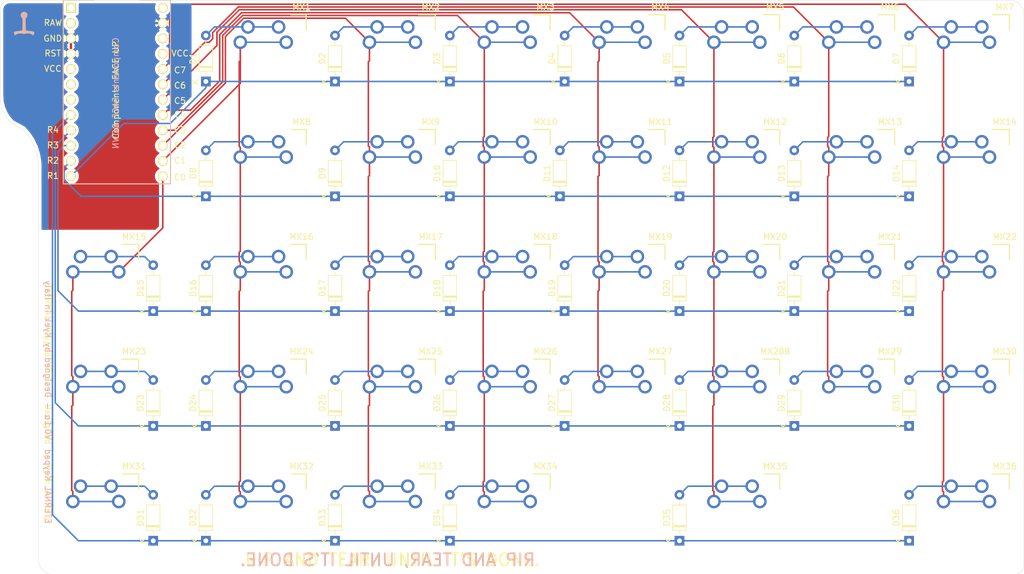
<source format=kicad_pcb>
(kicad_pcb (version 20171130) (host pcbnew "(5.1.4)-1")
  (layers (0 F.Cu signal hide) (31 B.Cu signal hide) (34 B.Paste user hide) (35 F.Paste user hide) (36 B.SilkS user hide) (37 F.SilkS user) (38 B.Mask user hide) (39 F.Mask user hide) (44 Edge.Cuts user))
  (net 0 "")
  (net 1 "Net-(D1-Pad2)")
  (net 2 ROW0)
  (net 3 "Net-(D2-Pad2)")
  (net 4 "Net-(D3-Pad2)")
  (net 5 "Net-(D4-Pad2)")
  (net 6 "Net-(D5-Pad2)")
  (net 7 "Net-(D6-Pad2)")
  (net 8 "Net-(D7-Pad2)")
  (net 9 "Net-(D8-Pad2)")
  (net 10 ROW1)
  (net 11 "Net-(D9-Pad2)")
  (net 12 "Net-(D10-Pad2)")
  (net 13 "Net-(D11-Pad2)")
  (net 14 "Net-(D12-Pad2)")
  (net 15 "Net-(D13-Pad2)")
  (net 16 "Net-(D14-Pad2)")
  (net 17 "Net-(D15-Pad2)")
  (net 18 ROW2)
  (net 19 "Net-(D16-Pad2)")
  (net 20 "Net-(D17-Pad2)")
  (net 21 "Net-(D18-Pad2)")
  (net 22 "Net-(D19-Pad2)")
  (net 23 "Net-(D20-Pad2)")
  (net 24 "Net-(D21-Pad2)")
  (net 25 "Net-(D22-Pad2)")
  (net 26 "Net-(D23-Pad2)")
  (net 27 ROW3)
  (net 28 "Net-(D24-Pad2)")
  (net 29 "Net-(D25-Pad2)")
  (net 30 "Net-(D26-Pad2)")
  (net 31 "Net-(D27-Pad2)")
  (net 32 "Net-(D28-Pad2)")
  (net 33 "Net-(D29-Pad2)")
  (net 34 "Net-(D30-Pad2)")
  (net 35 "Net-(D31-Pad2)")
  (net 36 ROW4)
  (net 37 "Net-(D32-Pad2)")
  (net 38 "Net-(D33-Pad2)")
  (net 39 "Net-(D34-Pad2)")
  (net 40 "Net-(D35-Pad2)")
  (net 41 "Net-(D36-Pad2)")
  (net 42 COL1)
  (net 43 COL2)
  (net 44 COL3)
  (net 45 COL4)
  (net 46 COL5)
  (net 47 COL6)
  (net 48 COL7)
  (net 49 COL0)
  (net 50 "Net-(ProMicro1-Pad24)")
  (net 51 GND)
  (net 52 "Net-(ProMicro1-Pad22)")
  (net 53 VCC)
  (net 54 "Net-(ProMicro1-Pad7)")
  (net 55 "Net-(ProMicro1-Pad6)")
  (net 56 "Net-(ProMicro1-Pad5)")
  (net 57 "Net-(ProMicro1-Pad2)")
  (net 58 "Net-(ProMicro1-Pad1)")
  (module MX_Only:MXOnly-3U-Reversible-ReversedStabilizers-NoLED (layer F.Cu) (at 169.8625 125.4125)
    (fp_text reference MX35)
    (fp_text value MX-NoLED)
    (fp_text user MX35 (at 6.35 -8.382) (layer F.SilkS))
    (pad 2 thru_hole circle (at -2.54 -5.08) (size 2.25 2.25) (drill 1.47) (layers *.Cu *.Mask) (net 40 "Net-(D35-Pad2)"))
    (pad 1 thru_hole circle (at 3.81 -2.54) (size 2.25 2.25) (drill 1.47) (layers *.Cu *.Mask) (net 46 COL5))
    (pad 2 thru_hole circle (at 2.54 -5.08) (size 2.25 2.25) (drill 1.47) (layers *.Cu *.Mask) (net 40 "Net-(D35-Pad2)"))
    (pad 1 thru_hole circle (at -3.81 -2.54 48.1) (size 2.25 2.25) (drill 1.47) (layers *.Cu *.Mask) (net 46 COL5))
    (pad "" np_thru_hole circle (at 0 0) (size 3.9878 3.9878) (drill 3.9878) (layers *.Cu *.Mask))
    (pad "" np_thru_hole circle (at -5.08 0 48.0996) (size 1.75 1.75) (drill 1.75) (layers *.Cu *.Mask))
    (pad "" np_thru_hole circle (at 5.08 0 48.0996) (size 1.75 1.75) (drill 1.75) (layers *.Cu *.Mask))
    (pad "" np_thru_hole circle (at -19.05 6.985) (size 3.048 3.048) (drill 3.048) (layers *.Cu *.Mask))
    (pad "" np_thru_hole circle (at 19.05 6.985) (size 3.048 3.048) (drill 3.048) (layers *.Cu *.Mask))
    (pad "" np_thru_hole circle (at -19.05 -8.255) (size 3.9878 3.9878) (drill 3.9878) (layers *.Cu *.Mask))
    (pad "" np_thru_hole circle (at 19.05 -8.255) (size 3.9878 3.9878) (drill 3.9878) (layers *.Cu *.Mask))
  )
  (module MX_Only:MXOnly-1.25U-Reversible-NoLED (layer F.Cu) (at 91.28125 125.4125)
    (fp_text reference MX32)
    (fp_text value MX-NoLED)
    (fp_text user MX32 (at 6.35 -8.382) (layer F.SilkS))
    (pad 2 thru_hole circle (at -2.54 -5.08) (size 2.25 2.25) (drill 1.47) (layers *.Cu *.Mask) (net 37 "Net-(D32-Pad2)"))
    (pad 1 thru_hole circle (at 3.81 -2.54) (size 2.25 2.25) (drill 1.47) (layers *.Cu *.Mask) (net 42 COL1))
    (pad 2 thru_hole circle (at 2.54 -5.08) (size 2.25 2.25) (drill 1.47) (layers *.Cu *.Mask) (net 37 "Net-(D32-Pad2)"))
    (pad "" np_thru_hole circle (at 0 0) (size 3.9878 3.9878) (drill 3.9878) (layers *.Cu *.Mask))
    (pad 1 thru_hole circle (at -3.81 -2.54) (size 2.25 2.25) (drill 1.47) (layers *.Cu *.Mask) (net 42 COL1))
    (pad "" np_thru_hole circle (at -5.08 0 48.0996) (size 1.75 1.75) (drill 1.75) (layers *.Cu *.Mask))
    (pad "" np_thru_hole circle (at 5.08 0 48.0996) (size 1.75 1.75) (drill 1.75) (layers *.Cu *.Mask))
  )
  (module MX_Only:MXOnly-1.25U-Reversible-NoLED (layer F.Cu) (at 91.28125 106.3625)
    (fp_text reference MX24)
    (fp_text value MX-NoLED)
    (fp_text user MX24 (at 6.35 -8.382) (layer F.SilkS))
    (pad 2 thru_hole circle (at -2.54 -5.08) (size 2.25 2.25) (drill 1.47) (layers *.Cu *.Mask) (net 28 "Net-(D24-Pad2)"))
    (pad 1 thru_hole circle (at 3.81 -2.54) (size 2.25 2.25) (drill 1.47) (layers *.Cu *.Mask) (net 42 COL1))
    (pad 2 thru_hole circle (at 2.54 -5.08) (size 2.25 2.25) (drill 1.47) (layers *.Cu *.Mask) (net 28 "Net-(D24-Pad2)"))
    (pad "" np_thru_hole circle (at 0 0) (size 3.9878 3.9878) (drill 3.9878) (layers *.Cu *.Mask))
    (pad 1 thru_hole circle (at -3.81 -2.54) (size 2.25 2.25) (drill 1.47) (layers *.Cu *.Mask) (net 42 COL1))
    (pad "" np_thru_hole circle (at -5.08 0 48.0996) (size 1.75 1.75) (drill 1.75) (layers *.Cu *.Mask))
    (pad "" np_thru_hole circle (at 5.08 0 48.0996) (size 1.75 1.75) (drill 1.75) (layers *.Cu *.Mask))
  )
  (module MX_Only:MXOnly-1.25U-Reversible-NoLED (layer F.Cu) (at 91.28125 87.3125)
    (fp_text reference MX16)
    (fp_text value MX-NoLED)
    (fp_text user MX16 (at 6.35 -8.382) (layer F.SilkS))
    (pad 2 thru_hole circle (at -2.54 -5.08) (size 2.25 2.25) (drill 1.47) (layers *.Cu *.Mask) (net 19 "Net-(D16-Pad2)"))
    (pad 1 thru_hole circle (at 3.81 -2.54) (size 2.25 2.25) (drill 1.47) (layers *.Cu *.Mask) (net 42 COL1))
    (pad 2 thru_hole circle (at 2.54 -5.08) (size 2.25 2.25) (drill 1.47) (layers *.Cu *.Mask) (net 19 "Net-(D16-Pad2)"))
    (pad "" np_thru_hole circle (at 0 0) (size 3.9878 3.9878) (drill 3.9878) (layers *.Cu *.Mask))
    (pad 1 thru_hole circle (at -3.81 -2.54) (size 2.25 2.25) (drill 1.47) (layers *.Cu *.Mask) (net 42 COL1))
    (pad "" np_thru_hole circle (at -5.08 0 48.0996) (size 1.75 1.75) (drill 1.75) (layers *.Cu *.Mask))
    (pad "" np_thru_hole circle (at 5.08 0 48.0996) (size 1.75 1.75) (drill 1.75) (layers *.Cu *.Mask))
  )
  (module MX_Only:MXOnly-1.25U-Reversible-NoLED (layer F.Cu) (at 91.28125 68.2625)
    (fp_text reference MX8)
    (fp_text value MX-NoLED)
    (fp_text user MX8 (at 6.35 -8.382) (layer F.SilkS))
    (pad 2 thru_hole circle (at -2.54 -5.08) (size 2.25 2.25) (drill 1.47) (layers *.Cu *.Mask) (net 9 "Net-(D8-Pad2)"))
    (pad 1 thru_hole circle (at 3.81 -2.54) (size 2.25 2.25) (drill 1.47) (layers *.Cu *.Mask) (net 42 COL1))
    (pad 2 thru_hole circle (at 2.54 -5.08) (size 2.25 2.25) (drill 1.47) (layers *.Cu *.Mask) (net 9 "Net-(D8-Pad2)"))
    (pad "" np_thru_hole circle (at 0 0) (size 3.9878 3.9878) (drill 3.9878) (layers *.Cu *.Mask))
    (pad 1 thru_hole circle (at -3.81 -2.54) (size 2.25 2.25) (drill 1.47) (layers *.Cu *.Mask) (net 42 COL1))
    (pad "" np_thru_hole circle (at -5.08 0 48.0996) (size 1.75 1.75) (drill 1.75) (layers *.Cu *.Mask))
    (pad "" np_thru_hole circle (at 5.08 0 48.0996) (size 1.75 1.75) (drill 1.75) (layers *.Cu *.Mask))
  )
  (module MX_Only:MXOnly-1.25U-Reversible-NoLED (layer F.Cu) (at 91.28125 49.2125)
    (fp_text reference MX1)
    (fp_text value MX-NoLED)
    (fp_text user MX1 (at 6.35 -8.382) (layer F.SilkS))
    (pad 2 thru_hole circle (at -2.54 -5.08) (size 2.25 2.25) (drill 1.47) (layers *.Cu *.Mask) (net 1 "Net-(D1-Pad2)"))
    (pad 1 thru_hole circle (at 3.81 -2.54) (size 2.25 2.25) (drill 1.47) (layers *.Cu *.Mask) (net 42 COL1))
    (pad 2 thru_hole circle (at 2.54 -5.08) (size 2.25 2.25) (drill 1.47) (layers *.Cu *.Mask) (net 1 "Net-(D1-Pad2)"))
    (pad "" np_thru_hole circle (at 0 0) (size 3.9878 3.9878) (drill 3.9878) (layers *.Cu *.Mask))
    (pad 1 thru_hole circle (at -3.81 -2.54) (size 2.25 2.25) (drill 1.47) (layers *.Cu *.Mask) (net 42 COL1))
    (pad "" np_thru_hole circle (at -5.08 0 48.0996) (size 1.75 1.75) (drill 1.75) (layers *.Cu *.Mask))
    (pad "" np_thru_hole circle (at 5.08 0 48.0996) (size 1.75 1.75) (drill 1.75) (layers *.Cu *.Mask))
  )
  (module MX_Only:MXOnly-1U-Reversible-NoLED (layer F.Cu) (at 169.8625 68.2625)
    (fp_text reference MX12)
    (fp_text value MX-NoLED)
    (fp_text user MX12 (at 6.35 -8.382) (layer F.SilkS))
    (pad 2 thru_hole circle (at -2.54 -5.08) (size 2.25 2.25) (drill 1.47) (layers *.Cu *.Mask) (net 14 "Net-(D12-Pad2)"))
    (pad 1 thru_hole circle (at 3.81 -2.54) (size 2.25 2.25) (drill 1.47) (layers *.Cu *.Mask) (net 46 COL5))
    (pad 2 thru_hole circle (at 2.54 -5.08) (size 2.25 2.25) (drill 1.47) (layers *.Cu *.Mask) (net 14 "Net-(D12-Pad2)"))
    (pad "" np_thru_hole circle (at 0 0) (size 3.9878 3.9878) (drill 3.9878) (layers *.Cu *.Mask))
    (pad 1 thru_hole circle (at -3.81 -2.54) (size 2.25 2.25) (drill 1.47) (layers *.Cu *.Mask) (net 46 COL5))
    (pad "" np_thru_hole circle (at -5.08 0 48.0996) (size 1.75 1.75) (drill 1.75) (layers *.Cu *.Mask))
    (pad "" np_thru_hole circle (at 5.08 0 48.0996) (size 1.75 1.75) (drill 1.75) (layers *.Cu *.Mask))
  )
  (module MX_Only:MXOnly-1U-Reversible-NoLED (layer F.Cu) (at 131.7625 49.2125)
    (fp_text reference MX3)
    (fp_text value MX-NoLED)
    (fp_text user MX3 (at 6.35 -8.382) (layer F.SilkS))
    (pad 2 thru_hole circle (at -2.54 -5.08) (size 2.25 2.25) (drill 1.47) (layers *.Cu *.Mask) (net 4 "Net-(D3-Pad2)"))
    (pad 1 thru_hole circle (at 3.81 -2.54) (size 2.25 2.25) (drill 1.47) (layers *.Cu *.Mask) (net 44 COL3))
    (pad 2 thru_hole circle (at 2.54 -5.08) (size 2.25 2.25) (drill 1.47) (layers *.Cu *.Mask) (net 4 "Net-(D3-Pad2)"))
    (pad "" np_thru_hole circle (at 0 0) (size 3.9878 3.9878) (drill 3.9878) (layers *.Cu *.Mask))
    (pad 1 thru_hole circle (at -3.81 -2.54) (size 2.25 2.25) (drill 1.47) (layers *.Cu *.Mask) (net 44 COL3))
    (pad "" np_thru_hole circle (at -5.08 0 48.0996) (size 1.75 1.75) (drill 1.75) (layers *.Cu *.Mask))
    (pad "" np_thru_hole circle (at 5.08 0 48.0996) (size 1.75 1.75) (drill 1.75) (layers *.Cu *.Mask))
  )
  (module MX_Only:MXOnly-1U-Reversible-NoLED (layer F.Cu) (at 150.8125 49.2125)
    (fp_text reference MX4)
    (fp_text value MX-NoLED)
    (fp_text user MX4 (at 6.35 -8.382) (layer F.SilkS))
    (pad 2 thru_hole circle (at -2.54 -5.08) (size 2.25 2.25) (drill 1.47) (layers *.Cu *.Mask) (net 5 "Net-(D4-Pad2)"))
    (pad 1 thru_hole circle (at 3.81 -2.54) (size 2.25 2.25) (drill 1.47) (layers *.Cu *.Mask) (net 45 COL4))
    (pad 2 thru_hole circle (at 2.54 -5.08) (size 2.25 2.25) (drill 1.47) (layers *.Cu *.Mask) (net 5 "Net-(D4-Pad2)"))
    (pad "" np_thru_hole circle (at 0 0) (size 3.9878 3.9878) (drill 3.9878) (layers *.Cu *.Mask))
    (pad 1 thru_hole circle (at -3.81 -2.54) (size 2.25 2.25) (drill 1.47) (layers *.Cu *.Mask) (net 45 COL4))
    (pad "" np_thru_hole circle (at -5.08 0 48.0996) (size 1.75 1.75) (drill 1.75) (layers *.Cu *.Mask))
    (pad "" np_thru_hole circle (at 5.08 0 48.0996) (size 1.75 1.75) (drill 1.75) (layers *.Cu *.Mask))
  )
  (module MX_Only:MXOnly-1U-Reversible-NoLED (layer F.Cu) (at 169.8625 49.2125)
    (fp_text reference MX5)
    (fp_text value MX-NoLED)
    (fp_text user MX5 (at 6.35 -8.382) (layer F.SilkS))
    (pad 2 thru_hole circle (at -2.54 -5.08) (size 2.25 2.25) (drill 1.47) (layers *.Cu *.Mask) (net 6 "Net-(D5-Pad2)"))
    (pad 1 thru_hole circle (at 3.81 -2.54) (size 2.25 2.25) (drill 1.47) (layers *.Cu *.Mask) (net 46 COL5))
    (pad 2 thru_hole circle (at 2.54 -5.08) (size 2.25 2.25) (drill 1.47) (layers *.Cu *.Mask) (net 6 "Net-(D5-Pad2)"))
    (pad "" np_thru_hole circle (at 0 0) (size 3.9878 3.9878) (drill 3.9878) (layers *.Cu *.Mask))
    (pad 1 thru_hole circle (at -3.81 -2.54) (size 2.25 2.25) (drill 1.47) (layers *.Cu *.Mask) (net 46 COL5))
    (pad "" np_thru_hole circle (at -5.08 0 48.0996) (size 1.75 1.75) (drill 1.75) (layers *.Cu *.Mask))
    (pad "" np_thru_hole circle (at 5.08 0 48.0996) (size 1.75 1.75) (drill 1.75) (layers *.Cu *.Mask))
  )
  (module MX_Only:MXOnly-1U-Reversible-NoLED (layer F.Cu) (at 188.9125 49.2125)
    (fp_text reference MX6)
    (fp_text value MX-NoLED)
    (fp_text user MX6 (at 6.35 -8.382) (layer F.SilkS))
    (pad 2 thru_hole circle (at -2.54 -5.08) (size 2.25 2.25) (drill 1.47) (layers *.Cu *.Mask) (net 7 "Net-(D6-Pad2)"))
    (pad 1 thru_hole circle (at 3.81 -2.54) (size 2.25 2.25) (drill 1.47) (layers *.Cu *.Mask) (net 47 COL6))
    (pad 2 thru_hole circle (at 2.54 -5.08) (size 2.25 2.25) (drill 1.47) (layers *.Cu *.Mask) (net 7 "Net-(D6-Pad2)"))
    (pad "" np_thru_hole circle (at 0 0) (size 3.9878 3.9878) (drill 3.9878) (layers *.Cu *.Mask))
    (pad 1 thru_hole circle (at -3.81 -2.54) (size 2.25 2.25) (drill 1.47) (layers *.Cu *.Mask) (net 47 COL6))
    (pad "" np_thru_hole circle (at -5.08 0 48.0996) (size 1.75 1.75) (drill 1.75) (layers *.Cu *.Mask))
    (pad "" np_thru_hole circle (at 5.08 0 48.0996) (size 1.75 1.75) (drill 1.75) (layers *.Cu *.Mask))
  )
  (module MX_Only:MXOnly-1U-Reversible-NoLED (layer F.Cu) (at 207.9625 49.2125)
    (fp_text reference MX7)
    (fp_text value MX-NoLED)
    (fp_text user MX7 (at 6.35 -8.382) (layer F.SilkS))
    (pad 2 thru_hole circle (at -2.54 -5.08) (size 2.25 2.25) (drill 1.47) (layers *.Cu *.Mask) (net 8 "Net-(D7-Pad2)"))
    (pad 1 thru_hole circle (at 3.81 -2.54) (size 2.25 2.25) (drill 1.47) (layers *.Cu *.Mask) (net 48 COL7))
    (pad 2 thru_hole circle (at 2.54 -5.08) (size 2.25 2.25) (drill 1.47) (layers *.Cu *.Mask) (net 8 "Net-(D7-Pad2)"))
    (pad "" np_thru_hole circle (at 0 0) (size 3.9878 3.9878) (drill 3.9878) (layers *.Cu *.Mask))
    (pad 1 thru_hole circle (at -3.81 -2.54) (size 2.25 2.25) (drill 1.47) (layers *.Cu *.Mask) (net 48 COL7))
    (pad "" np_thru_hole circle (at -5.08 0 48.0996) (size 1.75 1.75) (drill 1.75) (layers *.Cu *.Mask))
    (pad "" np_thru_hole circle (at 5.08 0 48.0996) (size 1.75 1.75) (drill 1.75) (layers *.Cu *.Mask))
  )
  (module MX_Only:MXOnly-1U-Reversible-NoLED (layer F.Cu) (at 112.7125 68.2625)
    (fp_text reference MX9)
    (fp_text value MX-NoLED)
    (fp_text user MX9 (at 6.35 -8.382) (layer F.SilkS))
    (pad 2 thru_hole circle (at -2.54 -5.08) (size 2.25 2.25) (drill 1.47) (layers *.Cu *.Mask) (net 11 "Net-(D9-Pad2)"))
    (pad 1 thru_hole circle (at 3.81 -2.54) (size 2.25 2.25) (drill 1.47) (layers *.Cu *.Mask) (net 43 COL2))
    (pad 2 thru_hole circle (at 2.54 -5.08) (size 2.25 2.25) (drill 1.47) (layers *.Cu *.Mask) (net 11 "Net-(D9-Pad2)"))
    (pad "" np_thru_hole circle (at 0 0) (size 3.9878 3.9878) (drill 3.9878) (layers *.Cu *.Mask))
    (pad 1 thru_hole circle (at -3.81 -2.54) (size 2.25 2.25) (drill 1.47) (layers *.Cu *.Mask) (net 43 COL2))
    (pad "" np_thru_hole circle (at -5.08 0 48.0996) (size 1.75 1.75) (drill 1.75) (layers *.Cu *.Mask))
    (pad "" np_thru_hole circle (at 5.08 0 48.0996) (size 1.75 1.75) (drill 1.75) (layers *.Cu *.Mask))
  )
  (module MX_Only:MXOnly-1U-Reversible-NoLED (layer F.Cu) (at 131.7625 68.2625)
    (fp_text reference MX10)
    (fp_text value MX-NoLED)
    (fp_text user MX10 (at 6.35 -8.382) (layer F.SilkS))
    (pad 2 thru_hole circle (at -2.54 -5.08) (size 2.25 2.25) (drill 1.47) (layers *.Cu *.Mask) (net 12 "Net-(D10-Pad2)"))
    (pad 1 thru_hole circle (at 3.81 -2.54) (size 2.25 2.25) (drill 1.47) (layers *.Cu *.Mask) (net 44 COL3))
    (pad 2 thru_hole circle (at 2.54 -5.08) (size 2.25 2.25) (drill 1.47) (layers *.Cu *.Mask) (net 12 "Net-(D10-Pad2)"))
    (pad "" np_thru_hole circle (at 0 0) (size 3.9878 3.9878) (drill 3.9878) (layers *.Cu *.Mask))
    (pad 1 thru_hole circle (at -3.81 -2.54) (size 2.25 2.25) (drill 1.47) (layers *.Cu *.Mask) (net 44 COL3))
    (pad "" np_thru_hole circle (at -5.08 0 48.0996) (size 1.75 1.75) (drill 1.75) (layers *.Cu *.Mask))
    (pad "" np_thru_hole circle (at 5.08 0 48.0996) (size 1.75 1.75) (drill 1.75) (layers *.Cu *.Mask))
  )
  (module MX_Only:MXOnly-1U-Reversible-NoLED (layer F.Cu) (at 150.8125 68.2625)
    (fp_text reference MX11)
    (fp_text value MX-NoLED)
    (fp_text user MX11 (at 6.35 -8.382) (layer F.SilkS))
    (pad 2 thru_hole circle (at -2.54 -5.08) (size 2.25 2.25) (drill 1.47) (layers *.Cu *.Mask) (net 13 "Net-(D11-Pad2)"))
    (pad 1 thru_hole circle (at 3.81 -2.54) (size 2.25 2.25) (drill 1.47) (layers *.Cu *.Mask) (net 45 COL4))
    (pad 2 thru_hole circle (at 2.54 -5.08) (size 2.25 2.25) (drill 1.47) (layers *.Cu *.Mask) (net 13 "Net-(D11-Pad2)"))
    (pad "" np_thru_hole circle (at 0 0) (size 3.9878 3.9878) (drill 3.9878) (layers *.Cu *.Mask))
    (pad 1 thru_hole circle (at -3.81 -2.54) (size 2.25 2.25) (drill 1.47) (layers *.Cu *.Mask) (net 45 COL4))
    (pad "" np_thru_hole circle (at -5.08 0 48.0996) (size 1.75 1.75) (drill 1.75) (layers *.Cu *.Mask))
    (pad "" np_thru_hole circle (at 5.08 0 48.0996) (size 1.75 1.75) (drill 1.75) (layers *.Cu *.Mask))
  )
  (module MX_Only:MXOnly-1U-Reversible-NoLED (layer F.Cu) (at 188.9125 68.2625)
    (fp_text reference MX13)
    (fp_text value MX-NoLED)
    (fp_text user MX13 (at 6.35 -8.382) (layer F.SilkS))
    (pad 2 thru_hole circle (at -2.54 -5.08) (size 2.25 2.25) (drill 1.47) (layers *.Cu *.Mask) (net 15 "Net-(D13-Pad2)"))
    (pad 1 thru_hole circle (at 3.81 -2.54) (size 2.25 2.25) (drill 1.47) (layers *.Cu *.Mask) (net 47 COL6))
    (pad 2 thru_hole circle (at 2.54 -5.08) (size 2.25 2.25) (drill 1.47) (layers *.Cu *.Mask) (net 15 "Net-(D13-Pad2)"))
    (pad "" np_thru_hole circle (at 0 0) (size 3.9878 3.9878) (drill 3.9878) (layers *.Cu *.Mask))
    (pad 1 thru_hole circle (at -3.81 -2.54) (size 2.25 2.25) (drill 1.47) (layers *.Cu *.Mask) (net 47 COL6))
    (pad "" np_thru_hole circle (at -5.08 0 48.0996) (size 1.75 1.75) (drill 1.75) (layers *.Cu *.Mask))
    (pad "" np_thru_hole circle (at 5.08 0 48.0996) (size 1.75 1.75) (drill 1.75) (layers *.Cu *.Mask))
  )
  (module MX_Only:MXOnly-1U-Reversible-NoLED (layer F.Cu) (at 207.9625 68.2625)
    (fp_text reference MX14)
    (fp_text value MX-NoLED)
    (fp_text user MX14 (at 6.35 -8.382) (layer F.SilkS))
    (pad 2 thru_hole circle (at -2.54 -5.08) (size 2.25 2.25) (drill 1.47) (layers *.Cu *.Mask) (net 16 "Net-(D14-Pad2)"))
    (pad 1 thru_hole circle (at 3.81 -2.54) (size 2.25 2.25) (drill 1.47) (layers *.Cu *.Mask) (net 48 COL7))
    (pad 2 thru_hole circle (at 2.54 -5.08) (size 2.25 2.25) (drill 1.47) (layers *.Cu *.Mask) (net 16 "Net-(D14-Pad2)"))
    (pad "" np_thru_hole circle (at 0 0) (size 3.9878 3.9878) (drill 3.9878) (layers *.Cu *.Mask))
    (pad 1 thru_hole circle (at -3.81 -2.54) (size 2.25 2.25) (drill 1.47) (layers *.Cu *.Mask) (net 48 COL7))
    (pad "" np_thru_hole circle (at -5.08 0 48.0996) (size 1.75 1.75) (drill 1.75) (layers *.Cu *.Mask))
    (pad "" np_thru_hole circle (at 5.08 0 48.0996) (size 1.75 1.75) (drill 1.75) (layers *.Cu *.Mask))
  )
  (module MX_Only:MXOnly-1U-Reversible-NoLED (layer F.Cu) (at 63.5 87.3125)
    (fp_text reference MX15)
    (fp_text value MX-NoLED)
    (fp_text user MX15 (at 6.35 -8.382) (layer F.SilkS))
    (pad 2 thru_hole circle (at -2.54 -5.08) (size 2.25 2.25) (drill 1.47) (layers *.Cu *.Mask) (net 17 "Net-(D15-Pad2)"))
    (pad 1 thru_hole circle (at 3.81 -2.54) (size 2.25 2.25) (drill 1.47) (layers *.Cu *.Mask) (net 49 COL0))
    (pad 2 thru_hole circle (at 2.54 -5.08) (size 2.25 2.25) (drill 1.47) (layers *.Cu *.Mask) (net 17 "Net-(D15-Pad2)"))
    (pad "" np_thru_hole circle (at 0 0) (size 3.9878 3.9878) (drill 3.9878) (layers *.Cu *.Mask))
    (pad 1 thru_hole circle (at -3.81 -2.54) (size 2.25 2.25) (drill 1.47) (layers *.Cu *.Mask) (net 49 COL0))
    (pad "" np_thru_hole circle (at -5.08 0 48.0996) (size 1.75 1.75) (drill 1.75) (layers *.Cu *.Mask))
    (pad "" np_thru_hole circle (at 5.08 0 48.0996) (size 1.75 1.75) (drill 1.75) (layers *.Cu *.Mask))
  )
  (module MX_Only:MXOnly-1U-Reversible-NoLED (layer F.Cu) (at 112.7125 87.3125)
    (fp_text reference MX17)
    (fp_text value MX-NoLED)
    (fp_text user MX17 (at 6.35 -8.382) (layer F.SilkS))
    (pad 2 thru_hole circle (at -2.54 -5.08) (size 2.25 2.25) (drill 1.47) (layers *.Cu *.Mask) (net 20 "Net-(D17-Pad2)"))
    (pad 1 thru_hole circle (at 3.81 -2.54) (size 2.25 2.25) (drill 1.47) (layers *.Cu *.Mask) (net 43 COL2))
    (pad 2 thru_hole circle (at 2.54 -5.08) (size 2.25 2.25) (drill 1.47) (layers *.Cu *.Mask) (net 20 "Net-(D17-Pad2)"))
    (pad "" np_thru_hole circle (at 0 0) (size 3.9878 3.9878) (drill 3.9878) (layers *.Cu *.Mask))
    (pad 1 thru_hole circle (at -3.81 -2.54) (size 2.25 2.25) (drill 1.47) (layers *.Cu *.Mask) (net 43 COL2))
    (pad "" np_thru_hole circle (at -5.08 0 48.0996) (size 1.75 1.75) (drill 1.75) (layers *.Cu *.Mask))
    (pad "" np_thru_hole circle (at 5.08 0 48.0996) (size 1.75 1.75) (drill 1.75) (layers *.Cu *.Mask))
  )
  (module MX_Only:MXOnly-1U-Reversible-NoLED (layer F.Cu) (at 131.7625 87.3125)
    (fp_text reference MX18)
    (fp_text value MX-NoLED)
    (fp_text user MX18 (at 6.35 -8.382) (layer F.SilkS))
    (pad 2 thru_hole circle (at -2.54 -5.08) (size 2.25 2.25) (drill 1.47) (layers *.Cu *.Mask) (net 21 "Net-(D18-Pad2)"))
    (pad 1 thru_hole circle (at 3.81 -2.54) (size 2.25 2.25) (drill 1.47) (layers *.Cu *.Mask) (net 44 COL3))
    (pad 2 thru_hole circle (at 2.54 -5.08) (size 2.25 2.25) (drill 1.47) (layers *.Cu *.Mask) (net 21 "Net-(D18-Pad2)"))
    (pad "" np_thru_hole circle (at 0 0) (size 3.9878 3.9878) (drill 3.9878) (layers *.Cu *.Mask))
    (pad 1 thru_hole circle (at -3.81 -2.54) (size 2.25 2.25) (drill 1.47) (layers *.Cu *.Mask) (net 44 COL3))
    (pad "" np_thru_hole circle (at -5.08 0 48.0996) (size 1.75 1.75) (drill 1.75) (layers *.Cu *.Mask))
    (pad "" np_thru_hole circle (at 5.08 0 48.0996) (size 1.75 1.75) (drill 1.75) (layers *.Cu *.Mask))
  )
  (module MX_Only:MXOnly-1U-Reversible-NoLED (layer F.Cu) (at 150.8125 87.3125)
    (fp_text reference MX19)
    (fp_text value MX-NoLED)
    (fp_text user MX19 (at 6.35 -8.382) (layer F.SilkS))
    (pad 2 thru_hole circle (at -2.54 -5.08) (size 2.25 2.25) (drill 1.47) (layers *.Cu *.Mask) (net 22 "Net-(D19-Pad2)"))
    (pad 1 thru_hole circle (at 3.81 -2.54) (size 2.25 2.25) (drill 1.47) (layers *.Cu *.Mask) (net 45 COL4))
    (pad 2 thru_hole circle (at 2.54 -5.08) (size 2.25 2.25) (drill 1.47) (layers *.Cu *.Mask) (net 22 "Net-(D19-Pad2)"))
    (pad "" np_thru_hole circle (at 0 0) (size 3.9878 3.9878) (drill 3.9878) (layers *.Cu *.Mask))
    (pad 1 thru_hole circle (at -3.81 -2.54) (size 2.25 2.25) (drill 1.47) (layers *.Cu *.Mask) (net 45 COL4))
    (pad "" np_thru_hole circle (at -5.08 0 48.0996) (size 1.75 1.75) (drill 1.75) (layers *.Cu *.Mask))
    (pad "" np_thru_hole circle (at 5.08 0 48.0996) (size 1.75 1.75) (drill 1.75) (layers *.Cu *.Mask))
  )
  (module MX_Only:MXOnly-1U-Reversible-NoLED (layer F.Cu) (at 169.8625 87.3125)
    (fp_text reference MX20)
    (fp_text value MX-NoLED)
    (fp_text user MX20 (at 6.35 -8.382) (layer F.SilkS))
    (pad 2 thru_hole circle (at -2.54 -5.08) (size 2.25 2.25) (drill 1.47) (layers *.Cu *.Mask) (net 23 "Net-(D20-Pad2)"))
    (pad 1 thru_hole circle (at 3.81 -2.54) (size 2.25 2.25) (drill 1.47) (layers *.Cu *.Mask) (net 46 COL5))
    (pad 2 thru_hole circle (at 2.54 -5.08) (size 2.25 2.25) (drill 1.47) (layers *.Cu *.Mask) (net 23 "Net-(D20-Pad2)"))
    (pad "" np_thru_hole circle (at 0 0) (size 3.9878 3.9878) (drill 3.9878) (layers *.Cu *.Mask))
    (pad 1 thru_hole circle (at -3.81 -2.54) (size 2.25 2.25) (drill 1.47) (layers *.Cu *.Mask) (net 46 COL5))
    (pad "" np_thru_hole circle (at -5.08 0 48.0996) (size 1.75 1.75) (drill 1.75) (layers *.Cu *.Mask))
    (pad "" np_thru_hole circle (at 5.08 0 48.0996) (size 1.75 1.75) (drill 1.75) (layers *.Cu *.Mask))
  )
  (module MX_Only:MXOnly-1U-Reversible-NoLED (layer F.Cu) (at 188.9125 87.3125)
    (fp_text reference MX21)
    (fp_text value MX-NoLED)
    (fp_text user MX21 (at 6.35 -8.382) (layer F.SilkS))
    (pad 2 thru_hole circle (at -2.54 -5.08) (size 2.25 2.25) (drill 1.47) (layers *.Cu *.Mask) (net 24 "Net-(D21-Pad2)"))
    (pad 1 thru_hole circle (at 3.81 -2.54) (size 2.25 2.25) (drill 1.47) (layers *.Cu *.Mask) (net 47 COL6))
    (pad 2 thru_hole circle (at 2.54 -5.08) (size 2.25 2.25) (drill 1.47) (layers *.Cu *.Mask) (net 24 "Net-(D21-Pad2)"))
    (pad "" np_thru_hole circle (at 0 0) (size 3.9878 3.9878) (drill 3.9878) (layers *.Cu *.Mask))
    (pad 1 thru_hole circle (at -3.81 -2.54) (size 2.25 2.25) (drill 1.47) (layers *.Cu *.Mask) (net 47 COL6))
    (pad "" np_thru_hole circle (at -5.08 0 48.0996) (size 1.75 1.75) (drill 1.75) (layers *.Cu *.Mask))
    (pad "" np_thru_hole circle (at 5.08 0 48.0996) (size 1.75 1.75) (drill 1.75) (layers *.Cu *.Mask))
  )
  (module MX_Only:MXOnly-1U-Reversible-NoLED (layer F.Cu) (at 207.9625 87.3125)
    (fp_text reference MX22)
    (fp_text value MX-NoLED)
    (fp_text user MX22 (at 6.35 -8.382) (layer F.SilkS))
    (pad 2 thru_hole circle (at -2.54 -5.08) (size 2.25 2.25) (drill 1.47) (layers *.Cu *.Mask) (net 25 "Net-(D22-Pad2)"))
    (pad 1 thru_hole circle (at 3.81 -2.54) (size 2.25 2.25) (drill 1.47) (layers *.Cu *.Mask) (net 48 COL7))
    (pad 2 thru_hole circle (at 2.54 -5.08) (size 2.25 2.25) (drill 1.47) (layers *.Cu *.Mask) (net 25 "Net-(D22-Pad2)"))
    (pad "" np_thru_hole circle (at 0 0) (size 3.9878 3.9878) (drill 3.9878) (layers *.Cu *.Mask))
    (pad 1 thru_hole circle (at -3.81 -2.54) (size 2.25 2.25) (drill 1.47) (layers *.Cu *.Mask) (net 48 COL7))
    (pad "" np_thru_hole circle (at -5.08 0 48.0996) (size 1.75 1.75) (drill 1.75) (layers *.Cu *.Mask))
    (pad "" np_thru_hole circle (at 5.08 0 48.0996) (size 1.75 1.75) (drill 1.75) (layers *.Cu *.Mask))
  )
  (module MX_Only:MXOnly-1U-Reversible-NoLED (layer F.Cu) (at 63.5 106.3625)
    (fp_text reference MX23)
    (fp_text value MX-NoLED)
    (fp_text user MX23 (at 6.35 -8.382) (layer F.SilkS))
    (pad 2 thru_hole circle (at -2.54 -5.08) (size 2.25 2.25) (drill 1.47) (layers *.Cu *.Mask) (net 26 "Net-(D23-Pad2)"))
    (pad 1 thru_hole circle (at 3.81 -2.54) (size 2.25 2.25) (drill 1.47) (layers *.Cu *.Mask) (net 49 COL0))
    (pad 2 thru_hole circle (at 2.54 -5.08) (size 2.25 2.25) (drill 1.47) (layers *.Cu *.Mask) (net 26 "Net-(D23-Pad2)"))
    (pad "" np_thru_hole circle (at 0 0) (size 3.9878 3.9878) (drill 3.9878) (layers *.Cu *.Mask))
    (pad 1 thru_hole circle (at -3.81 -2.54) (size 2.25 2.25) (drill 1.47) (layers *.Cu *.Mask) (net 49 COL0))
    (pad "" np_thru_hole circle (at -5.08 0 48.0996) (size 1.75 1.75) (drill 1.75) (layers *.Cu *.Mask))
    (pad "" np_thru_hole circle (at 5.08 0 48.0996) (size 1.75 1.75) (drill 1.75) (layers *.Cu *.Mask))
  )
  (module MX_Only:MXOnly-1U-Reversible-NoLED (layer F.Cu) (at 112.7125 106.3625)
    (fp_text reference MX25)
    (fp_text value MX-NoLED)
    (fp_text user MX25 (at 6.35 -8.382) (layer F.SilkS))
    (pad 2 thru_hole circle (at -2.54 -5.08) (size 2.25 2.25) (drill 1.47) (layers *.Cu *.Mask) (net 29 "Net-(D25-Pad2)"))
    (pad 1 thru_hole circle (at 3.81 -2.54) (size 2.25 2.25) (drill 1.47) (layers *.Cu *.Mask) (net 43 COL2))
    (pad 2 thru_hole circle (at 2.54 -5.08) (size 2.25 2.25) (drill 1.47) (layers *.Cu *.Mask) (net 29 "Net-(D25-Pad2)"))
    (pad "" np_thru_hole circle (at 0 0) (size 3.9878 3.9878) (drill 3.9878) (layers *.Cu *.Mask))
    (pad 1 thru_hole circle (at -3.81 -2.54) (size 2.25 2.25) (drill 1.47) (layers *.Cu *.Mask) (net 43 COL2))
    (pad "" np_thru_hole circle (at -5.08 0 48.0996) (size 1.75 1.75) (drill 1.75) (layers *.Cu *.Mask))
    (pad "" np_thru_hole circle (at 5.08 0 48.0996) (size 1.75 1.75) (drill 1.75) (layers *.Cu *.Mask))
  )
  (module MX_Only:MXOnly-1U-Reversible-NoLED (layer F.Cu) (at 131.7625 106.3625)
    (fp_text reference MX26)
    (fp_text value MX-NoLED)
    (fp_text user MX26 (at 6.35 -8.382) (layer F.SilkS))
    (pad 2 thru_hole circle (at -2.54 -5.08) (size 2.25 2.25) (drill 1.47) (layers *.Cu *.Mask) (net 30 "Net-(D26-Pad2)"))
    (pad 1 thru_hole circle (at 3.81 -2.54) (size 2.25 2.25) (drill 1.47) (layers *.Cu *.Mask) (net 44 COL3))
    (pad 2 thru_hole circle (at 2.54 -5.08) (size 2.25 2.25) (drill 1.47) (layers *.Cu *.Mask) (net 30 "Net-(D26-Pad2)"))
    (pad "" np_thru_hole circle (at 0 0) (size 3.9878 3.9878) (drill 3.9878) (layers *.Cu *.Mask))
    (pad 1 thru_hole circle (at -3.81 -2.54) (size 2.25 2.25) (drill 1.47) (layers *.Cu *.Mask) (net 44 COL3))
    (pad "" np_thru_hole circle (at -5.08 0 48.0996) (size 1.75 1.75) (drill 1.75) (layers *.Cu *.Mask))
    (pad "" np_thru_hole circle (at 5.08 0 48.0996) (size 1.75 1.75) (drill 1.75) (layers *.Cu *.Mask))
  )
  (module MX_Only:MXOnly-1U-Reversible-NoLED (layer F.Cu) (at 150.8125 106.3625)
    (fp_text reference MX27)
    (fp_text value MX-NoLED)
    (fp_text user MX27 (at 6.35 -8.382) (layer F.SilkS))
    (pad 2 thru_hole circle (at -2.54 -5.08) (size 2.25 2.25) (drill 1.47) (layers *.Cu *.Mask) (net 31 "Net-(D27-Pad2)"))
    (pad 1 thru_hole circle (at 3.81 -2.54) (size 2.25 2.25) (drill 1.47) (layers *.Cu *.Mask) (net 45 COL4))
    (pad 2 thru_hole circle (at 2.54 -5.08) (size 2.25 2.25) (drill 1.47) (layers *.Cu *.Mask) (net 31 "Net-(D27-Pad2)"))
    (pad "" np_thru_hole circle (at 0 0) (size 3.9878 3.9878) (drill 3.9878) (layers *.Cu *.Mask))
    (pad 1 thru_hole circle (at -3.81 -2.54) (size 2.25 2.25) (drill 1.47) (layers *.Cu *.Mask) (net 45 COL4))
    (pad "" np_thru_hole circle (at -5.08 0 48.0996) (size 1.75 1.75) (drill 1.75) (layers *.Cu *.Mask))
    (pad "" np_thru_hole circle (at 5.08 0 48.0996) (size 1.75 1.75) (drill 1.75) (layers *.Cu *.Mask))
  )
  (module MX_Only:MXOnly-1U-Reversible-NoLED (layer F.Cu) (at 169.8625 106.3625)
    (fp_text reference MX28)
    (fp_text value MX-NoLED)
    (fp_text user MX208 (at 6.35 -8.382) (layer F.SilkS))
    (pad 2 thru_hole circle (at -2.54 -5.08) (size 2.25 2.25) (drill 1.47) (layers *.Cu *.Mask) (net 32 "Net-(D28-Pad2)"))
    (pad 1 thru_hole circle (at 3.81 -2.54) (size 2.25 2.25) (drill 1.47) (layers *.Cu *.Mask) (net 46 COL5))
    (pad 2 thru_hole circle (at 2.54 -5.08) (size 2.25 2.25) (drill 1.47) (layers *.Cu *.Mask) (net 32 "Net-(D28-Pad2)"))
    (pad "" np_thru_hole circle (at 0 0) (size 3.9878 3.9878) (drill 3.9878) (layers *.Cu *.Mask))
    (pad 1 thru_hole circle (at -3.81 -2.54) (size 2.25 2.25) (drill 1.47) (layers *.Cu *.Mask) (net 46 COL5))
    (pad "" np_thru_hole circle (at -5.08 0 48.0996) (size 1.75 1.75) (drill 1.75) (layers *.Cu *.Mask))
    (pad "" np_thru_hole circle (at 5.08 0 48.0996) (size 1.75 1.75) (drill 1.75) (layers *.Cu *.Mask))
  )
  (module MX_Only:MXOnly-1U-Reversible-NoLED (layer F.Cu) (at 188.9125 106.3625)
    (fp_text reference MX29)
    (fp_text value MX-NoLED)
    (fp_text user MX29 (at 6.35 -8.382) (layer F.SilkS))
    (pad 2 thru_hole circle (at -2.54 -5.08) (size 2.25 2.25) (drill 1.47) (layers *.Cu *.Mask) (net 33 "Net-(D29-Pad2)"))
    (pad 1 thru_hole circle (at 3.81 -2.54) (size 2.25 2.25) (drill 1.47) (layers *.Cu *.Mask) (net 47 COL6))
    (pad 2 thru_hole circle (at 2.54 -5.08) (size 2.25 2.25) (drill 1.47) (layers *.Cu *.Mask) (net 33 "Net-(D29-Pad2)"))
    (pad "" np_thru_hole circle (at 0 0) (size 3.9878 3.9878) (drill 3.9878) (layers *.Cu *.Mask))
    (pad 1 thru_hole circle (at -3.81 -2.54) (size 2.25 2.25) (drill 1.47) (layers *.Cu *.Mask) (net 47 COL6))
    (pad "" np_thru_hole circle (at -5.08 0 48.0996) (size 1.75 1.75) (drill 1.75) (layers *.Cu *.Mask))
    (pad "" np_thru_hole circle (at 5.08 0 48.0996) (size 1.75 1.75) (drill 1.75) (layers *.Cu *.Mask))
  )
  (module MX_Only:MXOnly-1U-Reversible-NoLED (layer F.Cu) (at 207.9625 106.3625)
    (fp_text reference MX30)
    (fp_text value MX-NoLED)
    (fp_text user MX30 (at 6.35 -8.382) (layer F.SilkS))
    (pad 2 thru_hole circle (at -2.54 -5.08) (size 2.25 2.25) (drill 1.47) (layers *.Cu *.Mask) (net 34 "Net-(D30-Pad2)"))
    (pad 1 thru_hole circle (at 3.81 -2.54) (size 2.25 2.25) (drill 1.47) (layers *.Cu *.Mask) (net 48 COL7))
    (pad 2 thru_hole circle (at 2.54 -5.08) (size 2.25 2.25) (drill 1.47) (layers *.Cu *.Mask) (net 34 "Net-(D30-Pad2)"))
    (pad "" np_thru_hole circle (at 0 0) (size 3.9878 3.9878) (drill 3.9878) (layers *.Cu *.Mask))
    (pad 1 thru_hole circle (at -3.81 -2.54) (size 2.25 2.25) (drill 1.47) (layers *.Cu *.Mask) (net 48 COL7))
    (pad "" np_thru_hole circle (at -5.08 0 48.0996) (size 1.75 1.75) (drill 1.75) (layers *.Cu *.Mask))
    (pad "" np_thru_hole circle (at 5.08 0 48.0996) (size 1.75 1.75) (drill 1.75) (layers *.Cu *.Mask))
  )
  (module MX_Only:MXOnly-1U-Reversible-NoLED (layer F.Cu) (at 63.5 125.4125)
    (fp_text reference MX31)
    (fp_text value MX-NoLED)
    (fp_text user MX31 (at 6.35 -8.382) (layer F.SilkS))
    (pad 2 thru_hole circle (at -2.54 -5.08) (size 2.25 2.25) (drill 1.47) (layers *.Cu *.Mask) (net 35 "Net-(D31-Pad2)"))
    (pad 1 thru_hole circle (at 3.81 -2.54) (size 2.25 2.25) (drill 1.47) (layers *.Cu *.Mask) (net 49 COL0))
    (pad 2 thru_hole circle (at 2.54 -5.08) (size 2.25 2.25) (drill 1.47) (layers *.Cu *.Mask) (net 35 "Net-(D31-Pad2)"))
    (pad "" np_thru_hole circle (at 0 0) (size 3.9878 3.9878) (drill 3.9878) (layers *.Cu *.Mask))
    (pad 1 thru_hole circle (at -3.81 -2.54) (size 2.25 2.25) (drill 1.47) (layers *.Cu *.Mask) (net 49 COL0))
    (pad "" np_thru_hole circle (at -5.08 0 48.0996) (size 1.75 1.75) (drill 1.75) (layers *.Cu *.Mask))
    (pad "" np_thru_hole circle (at 5.08 0 48.0996) (size 1.75 1.75) (drill 1.75) (layers *.Cu *.Mask))
  )
  (module MX_Only:MXOnly-1U-Reversible-NoLED (layer F.Cu) (at 112.7125 125.4125)
    (fp_text reference MX33)
    (fp_text value MX-NoLED)
    (fp_text user MX33 (at 6.35 -8.382) (layer F.SilkS))
    (pad 2 thru_hole circle (at -2.54 -5.08) (size 2.25 2.25) (drill 1.47) (layers *.Cu *.Mask) (net 38 "Net-(D33-Pad2)"))
    (pad 1 thru_hole circle (at 3.81 -2.54) (size 2.25 2.25) (drill 1.47) (layers *.Cu *.Mask) (net 43 COL2))
    (pad 2 thru_hole circle (at 2.54 -5.08) (size 2.25 2.25) (drill 1.47) (layers *.Cu *.Mask) (net 38 "Net-(D33-Pad2)"))
    (pad "" np_thru_hole circle (at 0 0) (size 3.9878 3.9878) (drill 3.9878) (layers *.Cu *.Mask))
    (pad 1 thru_hole circle (at -3.81 -2.54) (size 2.25 2.25) (drill 1.47) (layers *.Cu *.Mask) (net 43 COL2))
    (pad "" np_thru_hole circle (at -5.08 0 48.0996) (size 1.75 1.75) (drill 1.75) (layers *.Cu *.Mask))
    (pad "" np_thru_hole circle (at 5.08 0 48.0996) (size 1.75 1.75) (drill 1.75) (layers *.Cu *.Mask))
  )
  (module MX_Only:MXOnly-1U-Reversible-NoLED (layer F.Cu) (at 131.7625 125.4125)
    (fp_text reference MX34)
    (fp_text value MX-NoLED)
    (fp_text user MX34 (at 6.35 -8.382) (layer F.SilkS))
    (pad 2 thru_hole circle (at -2.54 -5.08) (size 2.25 2.25) (drill 1.47) (layers *.Cu *.Mask) (net 39 "Net-(D34-Pad2)"))
    (pad 1 thru_hole circle (at 3.81 -2.54) (size 2.25 2.25) (drill 1.47) (layers *.Cu *.Mask) (net 44 COL3))
    (pad 2 thru_hole circle (at 2.54 -5.08) (size 2.25 2.25) (drill 1.47) (layers *.Cu *.Mask) (net 39 "Net-(D34-Pad2)"))
    (pad "" np_thru_hole circle (at 0 0) (size 3.9878 3.9878) (drill 3.9878) (layers *.Cu *.Mask))
    (pad 1 thru_hole circle (at -3.81 -2.54) (size 2.25 2.25) (drill 1.47) (layers *.Cu *.Mask) (net 44 COL3))
    (pad "" np_thru_hole circle (at -5.08 0 48.0996) (size 1.75 1.75) (drill 1.75) (layers *.Cu *.Mask))
    (pad "" np_thru_hole circle (at 5.08 0 48.0996) (size 1.75 1.75) (drill 1.75) (layers *.Cu *.Mask))
  )
  (module MX_Only:MXOnly-1U-Reversible-NoLED (layer F.Cu) (at 207.9625 125.4125)
    (fp_text reference MX36)
    (fp_text value MX-NoLED)
    (fp_text user MX36 (at 6.35 -8.382) (layer F.SilkS))
    (pad 2 thru_hole circle (at -2.54 -5.08) (size 2.25 2.25) (drill 1.47) (layers *.Cu *.Mask) (net 41 "Net-(D36-Pad2)"))
    (pad 1 thru_hole circle (at 3.81 -2.54) (size 2.25 2.25) (drill 1.47) (layers *.Cu *.Mask) (net 48 COL7))
    (pad 2 thru_hole circle (at 2.54 -5.08) (size 2.25 2.25) (drill 1.47) (layers *.Cu *.Mask) (net 41 "Net-(D36-Pad2)"))
    (pad "" np_thru_hole circle (at 0 0) (size 3.9878 3.9878) (drill 3.9878) (layers *.Cu *.Mask))
    (pad 1 thru_hole circle (at -3.81 -2.54) (size 2.25 2.25) (drill 1.47) (layers *.Cu *.Mask) (net 48 COL7))
    (pad "" np_thru_hole circle (at -5.08 0 48.0996) (size 1.75 1.75) (drill 1.75) (layers *.Cu *.Mask))
    (pad "" np_thru_hole circle (at 5.08 0 48.0996) (size 1.75 1.75) (drill 1.75) (layers *.Cu *.Mask))
  )
  (module MX_Only:MXOnly-1U-Reversible-NoLED (layer F.Cu) (at 112.7125 49.2125)
    (fp_text reference MX2)
    (fp_text value MX-NoLED)
    (fp_text user MX2 (at 6.35 -8.382) (layer F.SilkS))
    (pad 2 thru_hole circle (at -2.54 -5.08) (size 2.25 2.25) (drill 1.47) (layers *.Cu *.Mask) (net 3 "Net-(D2-Pad2)"))
    (pad 1 thru_hole circle (at 3.81 -2.54) (size 2.25 2.25) (drill 1.47) (layers *.Cu *.Mask) (net 43 COL2))
    (pad 2 thru_hole circle (at 2.54 -5.08) (size 2.25 2.25) (drill 1.47) (layers *.Cu *.Mask) (net 3 "Net-(D2-Pad2)"))
    (pad "" np_thru_hole circle (at 0 0) (size 3.9878 3.9878) (drill 3.9878) (layers *.Cu *.Mask))
    (pad 1 thru_hole circle (at -3.81 -2.54) (size 2.25 2.25) (drill 1.47) (layers *.Cu *.Mask) (net 43 COL2))
    (pad "" np_thru_hole circle (at -5.08 0 48.0996) (size 1.75 1.75) (drill 1.75) (layers *.Cu *.Mask))
    (pad "" np_thru_hole circle (at 5.08 0 48.0996) (size 1.75 1.75) (drill 1.75) (layers *.Cu *.Mask))
  )
  (module Symbol:excalibur-blade (layer B.Cu) (at 51.59375 49.2125 180)
    (fp_text reference Blade hide)
    (fp_text value LOGO hide)
  )
  (module Symbol:excalibur-handle (layer F.Cu) (at 51.59375 49.2125)
    (fp_text reference Handle hide)
    (fp_text value LOGO hide)
  )
  (module Symbol:excalibur-blade (layer F.Cu) (at 51.59375 49.2125)
    (fp_text reference Blade hide)
    (fp_text value LOGO hide)
  )
  (module Symbol:excalibur-handle (layer B.Cu) (at 51.59375 49.2125 180)
    (fp_text reference Handle hide)
    (fp_text value LOGO hide)
  )
  (module promicro:ProMicro (layer F.Cu) (at 66.9925 54.9275 270)
    (fp_text reference "FACE DOWN" hide)
    (fp_text value ProMicro)
    (pad 24 thru_hole circle (at -13.97 -7.62 270) (size 1.6 1.6) (drill 1.1) (layers *.Cu *.Mask F.SilkS) (net 50 "Net-(ProMicro1-Pad24)"))
    (pad 23 thru_hole circle (at -11.43 -7.62 270) (size 1.6 1.6) (drill 1.1) (layers *.Cu *.Mask F.SilkS) (net 51 GND))
    (pad 22 thru_hole circle (at -8.89 -7.62 270) (size 1.6 1.6) (drill 1.1) (layers *.Cu *.Mask F.SilkS) (net 52 "Net-(ProMicro1-Pad22)"))
    (pad 21 thru_hole circle (at -6.35 -7.62 270) (size 1.6 1.6) (drill 1.1) (layers *.Cu *.Mask F.SilkS) (net 53 VCC))
    (pad 20 thru_hole circle (at -3.81 -7.62 270) (size 1.6 1.6) (drill 1.1) (layers *.Cu *.Mask F.SilkS) (net 48 COL7))
    (pad 19 thru_hole circle (at -1.27 -7.62 270) (size 1.6 1.6) (drill 1.1) (layers *.Cu *.Mask F.SilkS) (net 47 COL6))
    (pad 18 thru_hole circle (at 1.27 -7.62 270) (size 1.6 1.6) (drill 1.1) (layers *.Cu *.Mask F.SilkS) (net 46 COL5))
    (pad 17 thru_hole circle (at 3.81 -7.62 270) (size 1.6 1.6) (drill 1.1) (layers *.Cu *.Mask F.SilkS) (net 45 COL4))
    (pad 16 thru_hole circle (at 6.35 -7.62 270) (size 1.6 1.6) (drill 1.1) (layers *.Cu *.Mask F.SilkS) (net 44 COL3))
    (pad 15 thru_hole circle (at 8.89 -7.62 270) (size 1.6 1.6) (drill 1.1) (layers *.Cu *.Mask F.SilkS) (net 43 COL2))
    (pad 14 thru_hole circle (at 11.43 -7.62 270) (size 1.6 1.6) (drill 1.1) (layers *.Cu *.Mask F.SilkS) (net 42 COL1))
    (pad 13 thru_hole circle (at 13.97 -7.62 270) (size 1.6 1.6) (drill 1.1) (layers *.Cu *.Mask F.SilkS) (net 49 COL0))
    (pad 12 thru_hole circle (at 13.97 7.62 270) (size 1.6 1.6) (drill 1.1) (layers *.Cu *.Mask F.SilkS) (net 2 ROW0))
    (pad 11 thru_hole circle (at 11.43 7.62 270) (size 1.6 1.6) (drill 1.1) (layers *.Cu *.Mask F.SilkS) (net 10 ROW1))
    (pad 10 thru_hole circle (at 8.89 7.62 270) (size 1.6 1.6) (drill 1.1) (layers *.Cu *.Mask F.SilkS) (net 18 ROW2))
    (pad 9 thru_hole circle (at 6.35 7.62 270) (size 1.6 1.6) (drill 1.1) (layers *.Cu *.Mask F.SilkS) (net 27 ROW3))
    (pad 8 thru_hole circle (at 3.81 7.62 270) (size 1.6 1.6) (drill 1.1) (layers *.Cu *.Mask F.SilkS) (net 36 ROW4))
    (pad 7 thru_hole circle (at 1.27 7.62 270) (size 1.6 1.6) (drill 1.1) (layers *.Cu *.Mask F.SilkS) (net 54 "Net-(ProMicro1-Pad7)"))
    (pad 6 thru_hole circle (at -1.27 7.62 270) (size 1.6 1.6) (drill 1.1) (layers *.Cu *.Mask F.SilkS) (net 55 "Net-(ProMicro1-Pad6)"))
    (pad 5 thru_hole circle (at -3.81 7.62 270) (size 1.6 1.6) (drill 1.1) (layers *.Cu *.Mask F.SilkS) (net 56 "Net-(ProMicro1-Pad5)"))
    (pad 4 thru_hole circle (at -6.35 7.62 270) (size 1.6 1.6) (drill 1.1) (layers *.Cu *.Mask F.SilkS) (net 51 GND))
    (pad 3 thru_hole circle (at -8.89 7.62 270) (size 1.6 1.6) (drill 1.1) (layers *.Cu *.Mask F.SilkS) (net 51 GND))
    (pad 2 thru_hole circle (at -11.43 7.62 270) (size 1.6 1.6) (drill 1.1) (layers *.Cu *.Mask F.SilkS) (net 57 "Net-(ProMicro1-Pad2)"))
    (pad 1 thru_hole rect (at -13.97 7.62 270) (size 1.6 1.6) (drill 1.1) (layers *.Cu *.Mask F.SilkS) (net 58 "Net-(ProMicro1-Pad1)"))
  )
  (module Diode_THT:D_DO-35_SOD27_P7.62mm_Horizontal (layer F.Cu) (at 198.4375 129.38125 90)
    (fp_text reference D36 (at 3.81 -2.12 90) (layer F.SilkS))
    (fp_text value D_Small)
    (fp_text user K (at 0 -1.8 90) (layer F.SilkS))
    (pad 2 thru_hole oval (at 7.62 0 90) (size 1.6 1.6) (drill 0.8) (layers *.Cu *.Mask) (net 41 "Net-(D36-Pad2)"))
    (pad 1 thru_hole rect (at 0 0 90) (size 1.6 1.6) (drill 0.8) (layers *.Cu *.Mask) (net 36 ROW4))
  )
  (module Diode_THT:D_DO-35_SOD27_P7.62mm_Horizontal (layer F.Cu) (at 160.3375 129.38125 90)
    (fp_text reference D35 (at 3.81 -2.12 90) (layer F.SilkS))
    (fp_text value D_Small)
    (fp_text user K (at 0 -1.8 90) (layer F.SilkS))
    (pad 2 thru_hole oval (at 7.62 0 90) (size 1.6 1.6) (drill 0.8) (layers *.Cu *.Mask) (net 40 "Net-(D35-Pad2)"))
    (pad 1 thru_hole rect (at 0 0 90) (size 1.6 1.6) (drill 0.8) (layers *.Cu *.Mask) (net 36 ROW4))
  )
  (module Diode_THT:D_DO-35_SOD27_P7.62mm_Horizontal (layer F.Cu) (at 122.2375 129.38125 90)
    (fp_text reference D34 (at 3.81 -2.12 90) (layer F.SilkS))
    (fp_text value D_Small)
    (fp_text user K (at 0 -1.8 90) (layer F.SilkS))
    (pad 2 thru_hole oval (at 7.62 0 90) (size 1.6 1.6) (drill 0.8) (layers *.Cu *.Mask) (net 39 "Net-(D34-Pad2)"))
    (pad 1 thru_hole rect (at 0 0 90) (size 1.6 1.6) (drill 0.8) (layers *.Cu *.Mask) (net 36 ROW4))
  )
  (module Diode_THT:D_DO-35_SOD27_P7.62mm_Horizontal (layer F.Cu) (at 103.1875 129.38125 90)
    (fp_text reference D33 (at 3.81 -2.12 90) (layer F.SilkS))
    (fp_text value D_Small)
    (fp_text user K (at 0 -1.8 90) (layer F.SilkS))
    (pad 2 thru_hole oval (at 7.62 0 90) (size 1.6 1.6) (drill 0.8) (layers *.Cu *.Mask) (net 38 "Net-(D33-Pad2)"))
    (pad 1 thru_hole rect (at 0 0 90) (size 1.6 1.6) (drill 0.8) (layers *.Cu *.Mask) (net 36 ROW4))
  )
  (module Diode_THT:D_DO-35_SOD27_P7.62mm_Horizontal (layer F.Cu) (at 81.75625 129.38125 90)
    (fp_text reference D32 (at 3.81 -2.12 90) (layer F.SilkS))
    (fp_text value D_Small)
    (fp_text user K (at 0 -1.8 90) (layer F.SilkS))
    (pad 2 thru_hole oval (at 7.62 0 90) (size 1.6 1.6) (drill 0.8) (layers *.Cu *.Mask) (net 37 "Net-(D32-Pad2)"))
    (pad 1 thru_hole rect (at 0 0 90) (size 1.6 1.6) (drill 0.8) (layers *.Cu *.Mask) (net 36 ROW4))
  )
  (module Diode_THT:D_DO-35_SOD27_P7.62mm_Horizontal (layer F.Cu) (at 73.025 129.38125 90)
    (fp_text reference D31 (at 3.81 -2.12 90) (layer F.SilkS))
    (fp_text value D_Small)
    (fp_text user K (at 0 -1.8 90) (layer F.SilkS))
    (pad 2 thru_hole oval (at 7.62 0 90) (size 1.6 1.6) (drill 0.8) (layers *.Cu *.Mask) (net 35 "Net-(D31-Pad2)"))
    (pad 1 thru_hole rect (at 0 0 90) (size 1.6 1.6) (drill 0.8) (layers *.Cu *.Mask) (net 36 ROW4))
  )
  (module Diode_THT:D_DO-35_SOD27_P7.62mm_Horizontal (layer F.Cu) (at 198.4375 110.33125 90)
    (fp_text reference D30 (at 3.81 -2.12 90) (layer F.SilkS))
    (fp_text value D_Small)
    (fp_text user K (at 0 -1.8 90) (layer F.SilkS))
    (pad 2 thru_hole oval (at 7.62 0 90) (size 1.6 1.6) (drill 0.8) (layers *.Cu *.Mask) (net 34 "Net-(D30-Pad2)"))
    (pad 1 thru_hole rect (at 0 0 90) (size 1.6 1.6) (drill 0.8) (layers *.Cu *.Mask) (net 27 ROW3))
  )
  (module Diode_THT:D_DO-35_SOD27_P7.62mm_Horizontal (layer F.Cu) (at 179.3875 110.33125 90)
    (fp_text reference D29 (at 3.81 -2.12 90) (layer F.SilkS))
    (fp_text value D_Small)
    (fp_text user K (at 0 -1.8 90) (layer F.SilkS))
    (pad 2 thru_hole oval (at 7.62 0 90) (size 1.6 1.6) (drill 0.8) (layers *.Cu *.Mask) (net 33 "Net-(D29-Pad2)"))
    (pad 1 thru_hole rect (at 0 0 90) (size 1.6 1.6) (drill 0.8) (layers *.Cu *.Mask) (net 27 ROW3))
  )
  (module Diode_THT:D_DO-35_SOD27_P7.62mm_Horizontal (layer F.Cu) (at 160.3375 110.33125 90)
    (fp_text reference D28 (at 3.81 -2.12 90) (layer F.SilkS))
    (fp_text value D_Small)
    (fp_text user K (at 0 -1.8 90) (layer F.SilkS))
    (pad 2 thru_hole oval (at 7.62 0 90) (size 1.6 1.6) (drill 0.8) (layers *.Cu *.Mask) (net 32 "Net-(D28-Pad2)"))
    (pad 1 thru_hole rect (at 0 0 90) (size 1.6 1.6) (drill 0.8) (layers *.Cu *.Mask) (net 27 ROW3))
  )
  (module Diode_THT:D_DO-35_SOD27_P7.62mm_Horizontal (layer F.Cu) (at 141.2875 110.33125 90)
    (fp_text reference D27 (at 3.81 -2.12 90) (layer F.SilkS))
    (fp_text value D_Small)
    (fp_text user K (at 0 -1.8 90) (layer F.SilkS))
    (pad 2 thru_hole oval (at 7.62 0 90) (size 1.6 1.6) (drill 0.8) (layers *.Cu *.Mask) (net 31 "Net-(D27-Pad2)"))
    (pad 1 thru_hole rect (at 0 0 90) (size 1.6 1.6) (drill 0.8) (layers *.Cu *.Mask) (net 27 ROW3))
  )
  (module Diode_THT:D_DO-35_SOD27_P7.62mm_Horizontal (layer F.Cu) (at 122.2375 110.33125 90)
    (fp_text reference D26 (at 3.81 -2.12 90) (layer F.SilkS))
    (fp_text value D_Small)
    (fp_text user K (at 0 -1.8 90) (layer F.SilkS))
    (pad 2 thru_hole oval (at 7.62 0 90) (size 1.6 1.6) (drill 0.8) (layers *.Cu *.Mask) (net 30 "Net-(D26-Pad2)"))
    (pad 1 thru_hole rect (at 0 0 90) (size 1.6 1.6) (drill 0.8) (layers *.Cu *.Mask) (net 27 ROW3))
  )
  (module Diode_THT:D_DO-35_SOD27_P7.62mm_Horizontal (layer F.Cu) (at 103.1875 110.33125 90)
    (fp_text reference D25 (at 3.81 -2.12 90) (layer F.SilkS))
    (fp_text value D_Small)
    (fp_text user K (at 0 -1.8 90) (layer F.SilkS))
    (pad 2 thru_hole oval (at 7.62 0 90) (size 1.6 1.6) (drill 0.8) (layers *.Cu *.Mask) (net 29 "Net-(D25-Pad2)"))
    (pad 1 thru_hole rect (at 0 0 90) (size 1.6 1.6) (drill 0.8) (layers *.Cu *.Mask) (net 27 ROW3))
  )
  (module Diode_THT:D_DO-35_SOD27_P7.62mm_Horizontal (layer F.Cu) (at 81.75625 110.33125 90)
    (fp_text reference D24 (at 3.81 -2.12 90) (layer F.SilkS))
    (fp_text value D_Small)
    (fp_text user K (at 0 -1.8 90) (layer F.SilkS))
    (pad 2 thru_hole oval (at 7.62 0 90) (size 1.6 1.6) (drill 0.8) (layers *.Cu *.Mask) (net 28 "Net-(D24-Pad2)"))
    (pad 1 thru_hole rect (at 0 0 90) (size 1.6 1.6) (drill 0.8) (layers *.Cu *.Mask) (net 27 ROW3))
  )
  (module Diode_THT:D_DO-35_SOD27_P7.62mm_Horizontal (layer F.Cu) (at 73.025 110.33125 90)
    (fp_text reference D23 (at 3.81 -2.12 90) (layer F.SilkS))
    (fp_text value D_Small)
    (fp_text user K (at 0 -1.8 90) (layer F.SilkS))
    (pad 2 thru_hole oval (at 7.62 0 90) (size 1.6 1.6) (drill 0.8) (layers *.Cu *.Mask) (net 26 "Net-(D23-Pad2)"))
    (pad 1 thru_hole rect (at 0 0 90) (size 1.6 1.6) (drill 0.8) (layers *.Cu *.Mask) (net 27 ROW3))
  )
  (module Diode_THT:D_DO-35_SOD27_P7.62mm_Horizontal (layer F.Cu) (at 198.4375 91.28125 90)
    (fp_text reference D22 (at 3.81 -2.12 90) (layer F.SilkS))
    (fp_text value D_Small)
    (fp_text user K (at 0 -1.8 90) (layer F.SilkS))
    (pad 2 thru_hole oval (at 7.62 0 90) (size 1.6 1.6) (drill 0.8) (layers *.Cu *.Mask) (net 25 "Net-(D22-Pad2)"))
    (pad 1 thru_hole rect (at 0 0 90) (size 1.6 1.6) (drill 0.8) (layers *.Cu *.Mask) (net 18 ROW2))
  )
  (module Diode_THT:D_DO-35_SOD27_P7.62mm_Horizontal (layer F.Cu) (at 179.3875 91.28125 90)
    (fp_text reference D21 (at 3.81 -2.12 90) (layer F.SilkS))
    (fp_text value D_Small)
    (fp_text user K (at 0 -1.8 90) (layer F.SilkS))
    (pad 2 thru_hole oval (at 7.62 0 90) (size 1.6 1.6) (drill 0.8) (layers *.Cu *.Mask) (net 24 "Net-(D21-Pad2)"))
    (pad 1 thru_hole rect (at 0 0 90) (size 1.6 1.6) (drill 0.8) (layers *.Cu *.Mask) (net 18 ROW2))
  )
  (module Diode_THT:D_DO-35_SOD27_P7.62mm_Horizontal (layer F.Cu) (at 160.3375 91.28125 90)
    (fp_text reference D20 (at 3.81 -2.12 90) (layer F.SilkS))
    (fp_text value D_Small)
    (fp_text user K (at 0 -1.8 90) (layer F.SilkS))
    (pad 2 thru_hole oval (at 7.62 0 90) (size 1.6 1.6) (drill 0.8) (layers *.Cu *.Mask) (net 23 "Net-(D20-Pad2)"))
    (pad 1 thru_hole rect (at 0 0 90) (size 1.6 1.6) (drill 0.8) (layers *.Cu *.Mask) (net 18 ROW2))
  )
  (module Diode_THT:D_DO-35_SOD27_P7.62mm_Horizontal (layer F.Cu) (at 141.2875 91.28125 90)
    (fp_text reference D19 (at 3.81 -2.12 90) (layer F.SilkS))
    (fp_text value D_Small)
    (fp_text user K (at 0 -1.8 90) (layer F.SilkS))
    (pad 2 thru_hole oval (at 7.62 0 90) (size 1.6 1.6) (drill 0.8) (layers *.Cu *.Mask) (net 22 "Net-(D19-Pad2)"))
    (pad 1 thru_hole rect (at 0 0 90) (size 1.6 1.6) (drill 0.8) (layers *.Cu *.Mask) (net 18 ROW2))
  )
  (module Diode_THT:D_DO-35_SOD27_P7.62mm_Horizontal (layer F.Cu) (at 122.2375 91.28125 90)
    (fp_text reference D18 (at 3.81 -2.12 90) (layer F.SilkS))
    (fp_text value D_Small)
    (fp_text user K (at 0 -1.8 90) (layer F.SilkS))
    (pad 2 thru_hole oval (at 7.62 0 90) (size 1.6 1.6) (drill 0.8) (layers *.Cu *.Mask) (net 21 "Net-(D18-Pad2)"))
    (pad 1 thru_hole rect (at 0 0 90) (size 1.6 1.6) (drill 0.8) (layers *.Cu *.Mask) (net 18 ROW2))
  )
  (module Diode_THT:D_DO-35_SOD27_P7.62mm_Horizontal (layer F.Cu) (at 103.1875 91.28125 90)
    (fp_text reference D17 (at 3.81 -2.12 90) (layer F.SilkS))
    (fp_text value D_Small)
    (fp_text user K (at 0 -1.8 90) (layer F.SilkS))
    (pad 2 thru_hole oval (at 7.62 0 90) (size 1.6 1.6) (drill 0.8) (layers *.Cu *.Mask) (net 20 "Net-(D17-Pad2)"))
    (pad 1 thru_hole rect (at 0 0 90) (size 1.6 1.6) (drill 0.8) (layers *.Cu *.Mask) (net 18 ROW2))
  )
  (module Diode_THT:D_DO-35_SOD27_P7.62mm_Horizontal (layer F.Cu) (at 81.75625 91.28125 90)
    (fp_text reference D16 (at 3.81 -2.12 90) (layer F.SilkS))
    (fp_text value D_Small)
    (fp_text user K (at 0 -1.8 90) (layer F.SilkS))
    (pad 2 thru_hole oval (at 7.62 0 90) (size 1.6 1.6) (drill 0.8) (layers *.Cu *.Mask) (net 19 "Net-(D16-Pad2)"))
    (pad 1 thru_hole rect (at 0 0 90) (size 1.6 1.6) (drill 0.8) (layers *.Cu *.Mask) (net 18 ROW2))
  )
  (module Diode_THT:D_DO-35_SOD27_P7.62mm_Horizontal (layer F.Cu) (at 73.025 91.28125 90)
    (fp_text reference D15 (at 3.81 -2.12 90) (layer F.SilkS))
    (fp_text value D_Small)
    (fp_text user K (at 0 -1.8 90) (layer F.SilkS))
    (pad 2 thru_hole oval (at 7.62 0 90) (size 1.6 1.6) (drill 0.8) (layers *.Cu *.Mask) (net 17 "Net-(D15-Pad2)"))
    (pad 1 thru_hole rect (at 0 0 90) (size 1.6 1.6) (drill 0.8) (layers *.Cu *.Mask) (net 18 ROW2))
  )
  (module Diode_THT:D_DO-35_SOD27_P7.62mm_Horizontal (layer F.Cu) (at 198.4375 72.23125 90)
    (fp_text reference D14 (at 3.81 -2.12 90) (layer F.SilkS))
    (fp_text value D_Small)
    (fp_text user K (at 0 -1.8 90) (layer F.SilkS))
    (pad 2 thru_hole oval (at 7.62 0 90) (size 1.6 1.6) (drill 0.8) (layers *.Cu *.Mask) (net 16 "Net-(D14-Pad2)"))
    (pad 1 thru_hole rect (at 0 0 90) (size 1.6 1.6) (drill 0.8) (layers *.Cu *.Mask) (net 10 ROW1))
  )
  (module Diode_THT:D_DO-35_SOD27_P7.62mm_Horizontal (layer F.Cu) (at 179.3875 72.23125 90)
    (fp_text reference D13 (at 3.81 -2.12 90) (layer F.SilkS))
    (fp_text value D_Small)
    (fp_text user K (at 0 -1.8 90) (layer F.SilkS))
    (pad 2 thru_hole oval (at 7.62 0 90) (size 1.6 1.6) (drill 0.8) (layers *.Cu *.Mask) (net 15 "Net-(D13-Pad2)"))
    (pad 1 thru_hole rect (at 0 0 90) (size 1.6 1.6) (drill 0.8) (layers *.Cu *.Mask) (net 10 ROW1))
  )
  (module Diode_THT:D_DO-35_SOD27_P7.62mm_Horizontal (layer F.Cu) (at 160.3375 72.23125 90)
    (fp_text reference D12 (at 3.81 -2.12 90) (layer F.SilkS))
    (fp_text value D_Small)
    (fp_text user K (at 0 -1.8 90) (layer F.SilkS))
    (pad 2 thru_hole oval (at 7.62 0 90) (size 1.6 1.6) (drill 0.8) (layers *.Cu *.Mask) (net 14 "Net-(D12-Pad2)"))
    (pad 1 thru_hole rect (at 0 0 90) (size 1.6 1.6) (drill 0.8) (layers *.Cu *.Mask) (net 10 ROW1))
  )
  (module Diode_THT:D_DO-35_SOD27_P7.62mm_Horizontal (layer F.Cu) (at 140.49375 72.23125 90)
    (fp_text reference D11 (at 3.81 -2.12 90) (layer F.SilkS))
    (fp_text value D_Small)
    (fp_text user K (at 0 -1.8 90) (layer F.SilkS))
    (pad 2 thru_hole oval (at 7.62 0 90) (size 1.6 1.6) (drill 0.8) (layers *.Cu *.Mask) (net 13 "Net-(D11-Pad2)"))
    (pad 1 thru_hole rect (at 0 0 90) (size 1.6 1.6) (drill 0.8) (layers *.Cu *.Mask) (net 10 ROW1))
  )
  (module Diode_THT:D_DO-35_SOD27_P7.62mm_Horizontal (layer F.Cu) (at 122.2375 72.23125 90)
    (fp_text reference D10 (at 3.81 -2.12 90) (layer F.SilkS))
    (fp_text value D_Small)
    (fp_text user K (at 0 -1.8 90) (layer F.SilkS))
    (pad 2 thru_hole oval (at 7.62 0 90) (size 1.6 1.6) (drill 0.8) (layers *.Cu *.Mask) (net 12 "Net-(D10-Pad2)"))
    (pad 1 thru_hole rect (at 0 0 90) (size 1.6 1.6) (drill 0.8) (layers *.Cu *.Mask) (net 10 ROW1))
  )
  (module Diode_THT:D_DO-35_SOD27_P7.62mm_Horizontal (layer F.Cu) (at 103.1875 72.23125 90)
    (fp_text reference D9 (at 3.81 -2.12 90) (layer F.SilkS))
    (fp_text value D_Small)
    (fp_text user K (at 0 -1.8 90) (layer F.SilkS))
    (pad 2 thru_hole oval (at 7.62 0 90) (size 1.6 1.6) (drill 0.8) (layers *.Cu *.Mask) (net 11 "Net-(D9-Pad2)"))
    (pad 1 thru_hole rect (at 0 0 90) (size 1.6 1.6) (drill 0.8) (layers *.Cu *.Mask) (net 10 ROW1))
  )
  (module Diode_THT:D_DO-35_SOD27_P7.62mm_Horizontal (layer F.Cu) (at 81.75625 72.23125 90)
    (fp_text reference D8 (at 3.81 -2.12 90) (layer F.SilkS))
    (fp_text value D_Small)
    (fp_text user K (at 0 -1.8 90) (layer F.SilkS))
    (pad 2 thru_hole oval (at 7.62 0 90) (size 1.6 1.6) (drill 0.8) (layers *.Cu *.Mask) (net 9 "Net-(D8-Pad2)"))
    (pad 1 thru_hole rect (at 0 0 90) (size 1.6 1.6) (drill 0.8) (layers *.Cu *.Mask) (net 10 ROW1))
  )
  (module Diode_THT:D_DO-35_SOD27_P7.62mm_Horizontal (layer F.Cu) (at 198.4375 53.18125 90)
    (fp_text reference D7 (at 3.81 -2.12 90) (layer F.SilkS))
    (fp_text value D_Small)
    (fp_text user K (at 0 -1.8 90) (layer F.SilkS))
    (pad 2 thru_hole oval (at 7.62 0 90) (size 1.6 1.6) (drill 0.8) (layers *.Cu *.Mask) (net 8 "Net-(D7-Pad2)"))
    (pad 1 thru_hole rect (at 0 0 90) (size 1.6 1.6) (drill 0.8) (layers *.Cu *.Mask) (net 2 ROW0))
  )
  (module Diode_THT:D_DO-35_SOD27_P7.62mm_Horizontal (layer F.Cu) (at 179.3875 53.18125 90)
    (fp_text reference D6 (at 3.81 -2.12 90) (layer F.SilkS))
    (fp_text value D_Small)
    (fp_text user K (at 0 -1.8 90) (layer F.SilkS))
    (pad 2 thru_hole oval (at 7.62 0 90) (size 1.6 1.6) (drill 0.8) (layers *.Cu *.Mask) (net 7 "Net-(D6-Pad2)"))
    (pad 1 thru_hole rect (at 0 0 90) (size 1.6 1.6) (drill 0.8) (layers *.Cu *.Mask) (net 2 ROW0))
  )
  (module Diode_THT:D_DO-35_SOD27_P7.62mm_Horizontal (layer F.Cu) (at 160.3375 53.18125 90)
    (fp_text reference D5 (at 3.81 -2.12 90) (layer F.SilkS))
    (fp_text value D_Small)
    (fp_text user K (at 0 -1.8 90) (layer F.SilkS))
    (pad 2 thru_hole oval (at 7.62 0 90) (size 1.6 1.6) (drill 0.8) (layers *.Cu *.Mask) (net 6 "Net-(D5-Pad2)"))
    (pad 1 thru_hole rect (at 0 0 90) (size 1.6 1.6) (drill 0.8) (layers *.Cu *.Mask) (net 2 ROW0))
  )
  (module Diode_THT:D_DO-35_SOD27_P7.62mm_Horizontal (layer F.Cu) (at 141.2875 53.18125 90)
    (fp_text reference D4 (at 3.81 -2.12 90) (layer F.SilkS))
    (fp_text value D_Small)
    (fp_text user K (at 0 -1.8 90) (layer F.SilkS))
    (pad 2 thru_hole oval (at 7.62 0 90) (size 1.6 1.6) (drill 0.8) (layers *.Cu *.Mask) (net 5 "Net-(D4-Pad2)"))
    (pad 1 thru_hole rect (at 0 0 90) (size 1.6 1.6) (drill 0.8) (layers *.Cu *.Mask) (net 2 ROW0))
  )
  (module Diode_THT:D_DO-35_SOD27_P7.62mm_Horizontal (layer F.Cu) (at 122.2375 53.18125 90)
    (fp_text reference D3 (at 3.81 -2.12 90) (layer F.SilkS))
    (fp_text value D_Small)
    (fp_text user K (at 0 -1.8 90) (layer F.SilkS))
    (pad 2 thru_hole oval (at 7.62 0 90) (size 1.6 1.6) (drill 0.8) (layers *.Cu *.Mask) (net 4 "Net-(D3-Pad2)"))
    (pad 1 thru_hole rect (at 0 0 90) (size 1.6 1.6) (drill 0.8) (layers *.Cu *.Mask) (net 2 ROW0))
  )
  (module Diode_THT:D_DO-35_SOD27_P7.62mm_Horizontal (layer F.Cu) (at 103.1875 53.18125 90)
    (fp_text reference D2 (at 3.81 -2.12 90) (layer F.SilkS))
    (fp_text value D_Small)
    (fp_text user K (at 0 -1.8 90) (layer F.SilkS))
    (pad 2 thru_hole oval (at 7.62 0 90) (size 1.6 1.6) (drill 0.8) (layers *.Cu *.Mask) (net 3 "Net-(D2-Pad2)"))
    (pad 1 thru_hole rect (at 0 0 90) (size 1.6 1.6) (drill 0.8) (layers *.Cu *.Mask) (net 2 ROW0))
  )
  (module Diode_THT:D_DO-35_SOD27_P7.62mm_Horizontal (layer F.Cu) (at 81.75625 53.18125 90)
    (fp_text reference D1 (at 3.81 -2.12 90) (layer F.SilkS))
    (fp_text value D_Small)
    (fp_text user K (at 0 -1.8 90) (layer F.SilkS))
    (pad 2 thru_hole oval (at 7.62 0 90) (size 1.6 1.6) (drill 0.8) (layers *.Cu *.Mask) (net 1 "Net-(D1-Pad2)"))
    (pad 1 thru_hole rect (at 0 0 90) (size 1.6 1.6) (drill 0.8) (layers *.Cu *.Mask) (net 2 ROW0))
  )
  (gr_text "ETERNAL Keypad  V0.1α - Designed by Kyek in Italy" (at 55.5625 106.3625 270) (layer B.SilkS) (effects (font (size 1 1)) (justify mirror)))
  (gr_text "RIP AND TEAR, UNTIL IT'S DONE." (at 111.91875 132.55625) (layer B.SilkS) (effects (font (size 2 2) (thickness 0.3)) (justify mirror)))
  (gr_text "RIP AND TEAR, UNTIL IT'S DONE." (at 112.7125 132.55625) (layer F.SilkS) (effects (font (size 2 2) (thickness 0.3))))
  (gr_line (start 53.975 132.55625) (end 53.975 67.292676) (layer Edge.Cuts) (width 0.05))
  (gr_arc (start 45.24375 67.292676) (end 53.975 67.292676) (angle -45) (layer Edge.Cuts) (width 0.05))
  (gr_arc (start 53.975 55.5625) (end 47.625 55.5625) (angle -45) (layer Edge.Cuts) (width 0.05))
  (gr_arc (start 49.2125 41.275) (end 49.2125 39.6875) (angle -90) (layer Edge.Cuts) (width 0.05))
  (gr_line (start 49.484872 60.052628) (end 51.417676 61.11875) (layer Edge.Cuts) (width 0.05))
  (gr_line (start 47.625 50.8) (end 47.625 55.5625) (layer Edge.Cuts) (width 0.05))
  (gr_line (start 47.625 41.275) (end 47.625 50.8) (layer Edge.Cuts) (width 0.05))
  (gr_text "ETERNAL Keypad V0.1α - Designed by Kyek in Italy" (at 55.5625 106.3625 270) (layer F.SilkS) (effects (font (size 1 1))))
  (gr_text "Components FACE DOWN" (at 66.802 55.118 90) (layer B.SilkS) (effects (font (size 1 1)) (justify mirror)))
  (gr_text "Components FACE UP" (at 66.802 54.61 90) (layer F.SilkS) (effects (font (size 1 1))))
  (gr_text VCC (at 77.47 48.514) (layer F.SilkS) (effects (font (size 1 1))))
  (gr_text C7 (at 77.47 51.308) (layer F.SilkS) (effects (font (size 1 1))))
  (gr_text C6 (at 77.47 53.848) (layer F.SilkS) (effects (font (size 1 1))))
  (gr_text C5 (at 77.47 56.388) (layer F.SilkS) (effects (font (size 1 1))))
  (gr_text C4 (at 77.47 58.674) (layer F.SilkS) (effects (font (size 1 1))))
  (gr_text C3 (at 77.47 61.214) (layer F.SilkS) (effects (font (size 1 1))))
  (gr_text C2 (at 77.47 63.754) (layer F.SilkS) (effects (font (size 1 1))))
  (gr_text C1 (at 77.47 66.294) (layer F.SilkS) (effects (font (size 1 1))))
  (gr_text C0 (at 77.47 69.088) (layer F.SilkS) (effects (font (size 1 1))))
  (gr_text R1 (at 56.388 68.834) (layer F.SilkS) (effects (font (size 1 1))))
  (gr_text R2 (at 56.388 66.294) (layer F.SilkS) (effects (font (size 1 1))))
  (gr_text "R3\n" (at 56.388 63.754) (layer F.SilkS) (effects (font (size 1 1))))
  (gr_text R4 (at 56.388 61.214) (layer F.SilkS) (effects (font (size 1 1))))
  (gr_text VCC (at 56.35625 51.054) (layer F.SilkS) (effects (font (size 1 1))))
  (gr_text RST (at 56.35625 48.514) (layer F.SilkS) (effects (font (size 1 1))))
  (gr_text GND (at 56.35625 46.0375) (layer F.SilkS) (effects (font (size 1 1))))
  (gr_text RAW (at 56.388 43.434) (layer F.SilkS) (effects (font (size 1 1))))
  (gr_line (start 217.4875 133.35) (end 217.4875 42.06875) (layer Edge.Cuts) (width 0.05))
  (gr_line (start 56.35625 134.9375) (end 215.9 134.9375) (layer Edge.Cuts) (width 0.05))
  (gr_line (start 49.2125 39.6875) (end 215.10625 39.6875) (layer Edge.Cuts) (width 0.05))
  (gr_arc (start 56.35625 132.55625) (end 53.975 132.55625) (angle -90) (layer Edge.Cuts) (width 0.05))
  (gr_arc (start 215.9 133.35) (end 215.9 134.9375) (angle -90) (layer Edge.Cuts) (width 0.05))
  (gr_arc (start 215.10625 42.06875) (end 217.4875 42.06875) (angle -90) (layer Edge.Cuts) (width 0.05))
  (segment (start 92.23026 44.1325) (end 88.74125 44.1325) (width 0.254) (layer B.Cu) (net 1))
  (segment (start 93.82125 44.1325) (end 92.23026 44.1325) (width 0.254) (layer B.Cu) (net 1))
  (segment (start 83.185 44.1325) (end 81.75625 45.56125) (width 0.254) (layer B.Cu) (net 1))
  (segment (start 88.74125 44.1325) (end 83.185 44.1325) (width 0.254) (layer B.Cu) (net 1))
  (segment (start 198.4375 53.18125) (end 179.3875 53.18125) (width 0.254) (layer B.Cu) (net 2))
  (segment (start 179.3875 53.18125) (end 160.3375 53.18125) (width 0.254) (layer B.Cu) (net 2))
  (segment (start 160.3375 53.18125) (end 141.2875 53.18125) (width 0.254) (layer B.Cu) (net 2))
  (segment (start 140.2335 53.18125) (end 122.2375 53.18125) (width 0.254) (layer B.Cu) (net 2))
  (segment (start 141.2875 53.18125) (end 140.2335 53.18125) (width 0.254) (layer B.Cu) (net 2))
  (segment (start 122.2375 53.18125) (end 103.1875 53.18125) (width 0.254) (layer B.Cu) (net 2))
  (segment (start 103.1875 53.18125) (end 81.75625 53.18125) (width 0.254) (layer B.Cu) (net 2))
  (segment (start 81.75625 54.23525) (end 81.75625 53.18125) (width 0.254) (layer B.Cu) (net 2))
  (segment (start 75.841001 60.150499) (end 81.75625 54.23525) (width 0.254) (layer B.Cu) (net 2))
  (segment (start 59.3725 68.8975) (end 68.119501 60.150499) (width 0.254) (layer B.Cu) (net 2))
  (segment (start 68.119501 60.150499) (end 75.841001 60.150499) (width 0.254) (layer B.Cu) (net 2))
  (segment (start 113.66151 44.1325) (end 110.1725 44.1325) (width 0.254) (layer B.Cu) (net 3))
  (segment (start 115.2525 44.1325) (end 113.66151 44.1325) (width 0.254) (layer B.Cu) (net 3))
  (segment (start 104.61625 44.1325) (end 103.1875 45.56125) (width 0.254) (layer B.Cu) (net 3))
  (segment (start 110.1725 44.1325) (end 104.61625 44.1325) (width 0.254) (layer B.Cu) (net 3))
  (segment (start 132.71151 44.1325) (end 129.2225 44.1325) (width 0.254) (layer B.Cu) (net 4))
  (segment (start 134.3025 44.1325) (end 132.71151 44.1325) (width 0.254) (layer B.Cu) (net 4))
  (segment (start 123.66625 44.1325) (end 122.2375 45.56125) (width 0.254) (layer B.Cu) (net 4))
  (segment (start 129.2225 44.1325) (end 123.66625 44.1325) (width 0.254) (layer B.Cu) (net 4))
  (segment (start 151.76151 44.1325) (end 148.2725 44.1325) (width 0.254) (layer B.Cu) (net 5))
  (segment (start 153.3525 44.1325) (end 151.76151 44.1325) (width 0.254) (layer B.Cu) (net 5))
  (segment (start 142.71625 44.1325) (end 141.2875 45.56125) (width 0.254) (layer B.Cu) (net 5))
  (segment (start 148.2725 44.1325) (end 142.71625 44.1325) (width 0.254) (layer B.Cu) (net 5))
  (segment (start 170.81151 44.1325) (end 167.3225 44.1325) (width 0.254) (layer B.Cu) (net 6))
  (segment (start 172.4025 44.1325) (end 170.81151 44.1325) (width 0.254) (layer B.Cu) (net 6))
  (segment (start 161.76625 44.1325) (end 160.3375 45.56125) (width 0.254) (layer B.Cu) (net 6))
  (segment (start 167.3225 44.1325) (end 161.76625 44.1325) (width 0.254) (layer B.Cu) (net 6))
  (segment (start 189.86151 44.1325) (end 186.3725 44.1325) (width 0.254) (layer B.Cu) (net 7))
  (segment (start 191.4525 44.1325) (end 189.86151 44.1325) (width 0.254) (layer B.Cu) (net 7))
  (segment (start 180.81625 44.1325) (end 179.3875 45.56125) (width 0.254) (layer B.Cu) (net 7))
  (segment (start 186.3725 44.1325) (end 180.81625 44.1325) (width 0.254) (layer B.Cu) (net 7))
  (segment (start 208.91151 44.1325) (end 205.4225 44.1325) (width 0.254) (layer B.Cu) (net 8))
  (segment (start 210.5025 44.1325) (end 208.91151 44.1325) (width 0.254) (layer B.Cu) (net 8))
  (segment (start 199.86625 44.1325) (end 198.4375 45.56125) (width 0.254) (layer B.Cu) (net 8))
  (segment (start 205.4225 44.1325) (end 199.86625 44.1325) (width 0.254) (layer B.Cu) (net 8))
  (segment (start 92.23026 63.1825) (end 88.74125 63.1825) (width 0.254) (layer B.Cu) (net 9))
  (segment (start 93.82125 63.1825) (end 92.23026 63.1825) (width 0.254) (layer B.Cu) (net 9))
  (segment (start 83.185 63.1825) (end 81.75625 64.61125) (width 0.254) (layer B.Cu) (net 9))
  (segment (start 88.74125 63.1825) (end 83.185 63.1825) (width 0.254) (layer B.Cu) (net 9))
  (segment (start 198.4375 72.23125) (end 179.3875 72.23125) (width 0.254) (layer B.Cu) (net 10))
  (segment (start 179.3875 72.23125) (end 160.3375 72.23125) (width 0.254) (layer B.Cu) (net 10))
  (segment (start 160.3375 72.23125) (end 140.49375 72.23125) (width 0.254) (layer B.Cu) (net 10))
  (segment (start 140.49375 72.23125) (end 122.2375 72.23125) (width 0.254) (layer B.Cu) (net 10))
  (segment (start 122.2375 72.23125) (end 103.1875 72.23125) (width 0.254) (layer B.Cu) (net 10))
  (segment (start 103.1875 72.23125) (end 81.75625 72.23125) (width 0.254) (layer B.Cu) (net 10))
  (segment (start 80.70225 72.23125) (end 81.75625 72.23125) (width 0.254) (layer B.Cu) (net 10))
  (segment (start 61.038288 72.23125) (end 80.70225 72.23125) (width 0.254) (layer B.Cu) (net 10))
  (segment (start 58.245499 69.438461) (end 61.038288 72.23125) (width 0.254) (layer B.Cu) (net 10))
  (segment (start 58.245499 67.484501) (end 58.245499 69.438461) (width 0.254) (layer B.Cu) (net 10))
  (segment (start 59.3725 66.3575) (end 58.245499 67.484501) (width 0.254) (layer B.Cu) (net 10))
  (segment (start 113.66151 63.1825) (end 110.1725 63.1825) (width 0.254) (layer B.Cu) (net 11))
  (segment (start 115.2525 63.1825) (end 113.66151 63.1825) (width 0.254) (layer B.Cu) (net 11))
  (segment (start 104.61625 63.1825) (end 110.1725 63.1825) (width 0.254) (layer B.Cu) (net 11))
  (segment (start 103.1875 64.61125) (end 104.61625 63.1825) (width 0.254) (layer B.Cu) (net 11))
  (segment (start 132.71151 63.1825) (end 129.2225 63.1825) (width 0.254) (layer B.Cu) (net 12))
  (segment (start 134.3025 63.1825) (end 132.71151 63.1825) (width 0.254) (layer B.Cu) (net 12))
  (segment (start 123.66625 63.1825) (end 122.2375 64.61125) (width 0.254) (layer B.Cu) (net 12))
  (segment (start 129.2225 63.1825) (end 123.66625 63.1825) (width 0.254) (layer B.Cu) (net 12))
  (segment (start 151.76151 63.1825) (end 148.2725 63.1825) (width 0.254) (layer B.Cu) (net 13))
  (segment (start 153.3525 63.1825) (end 151.76151 63.1825) (width 0.254) (layer B.Cu) (net 13))
  (segment (start 141.9225 63.1825) (end 140.49375 64.61125) (width 0.254) (layer B.Cu) (net 13))
  (segment (start 148.2725 63.1825) (end 141.9225 63.1825) (width 0.254) (layer B.Cu) (net 13))
  (segment (start 170.81151 63.1825) (end 167.3225 63.1825) (width 0.254) (layer B.Cu) (net 14))
  (segment (start 172.4025 63.1825) (end 170.81151 63.1825) (width 0.254) (layer B.Cu) (net 14))
  (segment (start 161.76625 63.1825) (end 160.3375 64.61125) (width 0.254) (layer B.Cu) (net 14))
  (segment (start 167.3225 63.1825) (end 161.76625 63.1825) (width 0.254) (layer B.Cu) (net 14))
  (segment (start 189.86151 63.1825) (end 186.3725 63.1825) (width 0.254) (layer B.Cu) (net 15))
  (segment (start 191.4525 63.1825) (end 189.86151 63.1825) (width 0.254) (layer B.Cu) (net 15))
  (segment (start 180.81625 63.1825) (end 186.3725 63.1825) (width 0.254) (layer B.Cu) (net 15))
  (segment (start 179.3875 64.61125) (end 180.81625 63.1825) (width 0.254) (layer B.Cu) (net 15))
  (segment (start 208.91151 63.1825) (end 205.4225 63.1825) (width 0.254) (layer B.Cu) (net 16))
  (segment (start 210.5025 63.1825) (end 208.91151 63.1825) (width 0.254) (layer B.Cu) (net 16))
  (segment (start 199.86625 63.1825) (end 198.4375 64.61125) (width 0.254) (layer B.Cu) (net 16))
  (segment (start 205.4225 63.1825) (end 199.86625 63.1825) (width 0.254) (layer B.Cu) (net 16))
  (segment (start 62.55099 82.2325) (end 66.04 82.2325) (width 0.254) (layer B.Cu) (net 17))
  (segment (start 60.96 82.2325) (end 62.55099 82.2325) (width 0.254) (layer B.Cu) (net 17))
  (segment (start 71.59625 82.2325) (end 73.025 83.66125) (width 0.254) (layer B.Cu) (net 17))
  (segment (start 66.04 82.2325) (end 71.59625 82.2325) (width 0.254) (layer B.Cu) (net 17))
  (segment (start 198.4375 91.28125) (end 179.3875 91.28125) (width 0.254) (layer B.Cu) (net 18))
  (segment (start 179.3875 91.28125) (end 160.3375 91.28125) (width 0.254) (layer B.Cu) (net 18))
  (segment (start 160.3375 91.28125) (end 141.2875 91.28125) (width 0.254) (layer B.Cu) (net 18))
  (segment (start 141.2875 91.28125) (end 122.2375 91.28125) (width 0.254) (layer B.Cu) (net 18))
  (segment (start 122.2375 91.28125) (end 103.1875 91.28125) (width 0.254) (layer B.Cu) (net 18))
  (segment (start 103.1875 91.28125) (end 81.75625 91.28125) (width 0.254) (layer B.Cu) (net 18))
  (segment (start 80.70225 91.28125) (end 73.025 91.28125) (width 0.254) (layer B.Cu) (net 18))
  (segment (start 81.75625 91.28125) (end 80.70225 91.28125) (width 0.254) (layer B.Cu) (net 18))
  (segment (start 71.971 91.28125) (end 73.025 91.28125) (width 0.254) (layer B.Cu) (net 18))
  (segment (start 60.609788 91.28125) (end 71.971 91.28125) (width 0.254) (layer B.Cu) (net 18))
  (segment (start 57.217999 87.889461) (end 60.609788 91.28125) (width 0.254) (layer B.Cu) (net 18))
  (segment (start 57.217999 64.840631) (end 57.217999 87.889461) (width 0.254) (layer B.Cu) (net 18))
  (segment (start 58.24113 63.8175) (end 57.217999 64.840631) (width 0.254) (layer B.Cu) (net 18))
  (segment (start 59.3725 63.8175) (end 58.24113 63.8175) (width 0.254) (layer B.Cu) (net 18))
  (segment (start 92.23026 82.2325) (end 88.74125 82.2325) (width 0.254) (layer B.Cu) (net 19))
  (segment (start 93.82125 82.2325) (end 92.23026 82.2325) (width 0.254) (layer B.Cu) (net 19))
  (segment (start 83.185 82.2325) (end 81.75625 83.66125) (width 0.254) (layer B.Cu) (net 19))
  (segment (start 88.74125 82.2325) (end 83.185 82.2325) (width 0.254) (layer B.Cu) (net 19))
  (segment (start 113.66151 82.2325) (end 110.1725 82.2325) (width 0.254) (layer B.Cu) (net 20))
  (segment (start 115.2525 82.2325) (end 113.66151 82.2325) (width 0.254) (layer B.Cu) (net 20))
  (segment (start 104.61625 82.2325) (end 103.1875 83.66125) (width 0.254) (layer B.Cu) (net 20))
  (segment (start 110.1725 82.2325) (end 104.61625 82.2325) (width 0.254) (layer B.Cu) (net 20))
  (segment (start 132.71151 82.2325) (end 129.2225 82.2325) (width 0.254) (layer B.Cu) (net 21))
  (segment (start 134.3025 82.2325) (end 132.71151 82.2325) (width 0.254) (layer B.Cu) (net 21))
  (segment (start 123.66625 82.2325) (end 122.2375 83.66125) (width 0.254) (layer B.Cu) (net 21))
  (segment (start 129.2225 82.2325) (end 123.66625 82.2325) (width 0.254) (layer B.Cu) (net 21))
  (segment (start 151.76151 82.2325) (end 148.2725 82.2325) (width 0.254) (layer B.Cu) (net 22))
  (segment (start 153.3525 82.2325) (end 151.76151 82.2325) (width 0.254) (layer B.Cu) (net 22))
  (segment (start 142.71625 82.2325) (end 141.2875 83.66125) (width 0.254) (layer B.Cu) (net 22))
  (segment (start 148.2725 82.2325) (end 142.71625 82.2325) (width 0.254) (layer B.Cu) (net 22))
  (segment (start 170.81151 82.2325) (end 167.3225 82.2325) (width 0.254) (layer B.Cu) (net 23))
  (segment (start 172.4025 82.2325) (end 170.81151 82.2325) (width 0.254) (layer B.Cu) (net 23))
  (segment (start 161.76625 82.2325) (end 160.3375 83.66125) (width 0.254) (layer B.Cu) (net 23))
  (segment (start 167.3225 82.2325) (end 161.76625 82.2325) (width 0.254) (layer B.Cu) (net 23))
  (segment (start 189.86151 82.2325) (end 186.3725 82.2325) (width 0.254) (layer B.Cu) (net 24))
  (segment (start 191.4525 82.2325) (end 189.86151 82.2325) (width 0.254) (layer B.Cu) (net 24))
  (segment (start 180.81625 82.2325) (end 179.3875 83.66125) (width 0.254) (layer B.Cu) (net 24))
  (segment (start 186.3725 82.2325) (end 180.81625 82.2325) (width 0.254) (layer B.Cu) (net 24))
  (segment (start 208.91151 82.2325) (end 205.4225 82.2325) (width 0.254) (layer B.Cu) (net 25))
  (segment (start 210.5025 82.2325) (end 208.91151 82.2325) (width 0.254) (layer B.Cu) (net 25))
  (segment (start 199.86625 82.2325) (end 198.4375 83.66125) (width 0.254) (layer B.Cu) (net 25))
  (segment (start 205.4225 82.2325) (end 199.86625 82.2325) (width 0.254) (layer B.Cu) (net 25))
  (segment (start 62.55099 101.2825) (end 66.04 101.2825) (width 0.254) (layer B.Cu) (net 26))
  (segment (start 60.96 101.2825) (end 62.55099 101.2825) (width 0.254) (layer B.Cu) (net 26))
  (segment (start 71.59625 101.2825) (end 73.025 102.71125) (width 0.254) (layer B.Cu) (net 26))
  (segment (start 66.04 101.2825) (end 71.59625 101.2825) (width 0.254) (layer B.Cu) (net 26))
  (segment (start 197.3835 110.33125) (end 179.3875 110.33125) (width 0.254) (layer B.Cu) (net 27))
  (segment (start 198.4375 110.33125) (end 197.3835 110.33125) (width 0.254) (layer B.Cu) (net 27))
  (segment (start 179.3875 110.33125) (end 160.3375 110.33125) (width 0.254) (layer B.Cu) (net 27))
  (segment (start 160.3375 110.33125) (end 141.2875 110.33125) (width 0.254) (layer B.Cu) (net 27))
  (segment (start 141.2875 110.33125) (end 122.2375 110.33125) (width 0.254) (layer B.Cu) (net 27))
  (segment (start 122.2375 110.33125) (end 103.1875 110.33125) (width 0.254) (layer B.Cu) (net 27))
  (segment (start 103.1875 110.33125) (end 81.75625 110.33125) (width 0.254) (layer B.Cu) (net 27))
  (segment (start 81.75625 110.33125) (end 73.025 110.33125) (width 0.254) (layer B.Cu) (net 27))
  (segment (start 71.971 110.33125) (end 73.025 110.33125) (width 0.254) (layer B.Cu) (net 27))
  (segment (start 60.609788 110.33125) (end 71.971 110.33125) (width 0.254) (layer B.Cu) (net 27))
  (segment (start 56.763989 106.485451) (end 60.609788 110.33125) (width 0.254) (layer B.Cu) (net 27))
  (segment (start 56.763989 63.886011) (end 56.763989 106.485451) (width 0.254) (layer B.Cu) (net 27))
  (segment (start 59.3725 61.2775) (end 56.763989 63.886011) (width 0.254) (layer B.Cu) (net 27))
  (segment (start 92.23026 101.2825) (end 88.74125 101.2825) (width 0.254) (layer B.Cu) (net 28))
  (segment (start 93.82125 101.2825) (end 92.23026 101.2825) (width 0.254) (layer B.Cu) (net 28))
  (segment (start 83.185 101.2825) (end 81.75625 102.71125) (width 0.254) (layer B.Cu) (net 28))
  (segment (start 88.74125 101.2825) (end 83.185 101.2825) (width 0.254) (layer B.Cu) (net 28))
  (segment (start 113.66151 101.2825) (end 110.1725 101.2825) (width 0.254) (layer B.Cu) (net 29))
  (segment (start 115.2525 101.2825) (end 113.66151 101.2825) (width 0.254) (layer B.Cu) (net 29))
  (segment (start 104.61625 101.2825) (end 103.1875 102.71125) (width 0.254) (layer B.Cu) (net 29))
  (segment (start 110.1725 101.2825) (end 104.61625 101.2825) (width 0.254) (layer B.Cu) (net 29))
  (segment (start 132.71151 101.2825) (end 129.2225 101.2825) (width 0.254) (layer B.Cu) (net 30))
  (segment (start 134.3025 101.2825) (end 132.71151 101.2825) (width 0.254) (layer B.Cu) (net 30))
  (segment (start 123.66625 101.2825) (end 122.2375 102.71125) (width 0.254) (layer B.Cu) (net 30))
  (segment (start 129.2225 101.2825) (end 123.66625 101.2825) (width 0.254) (layer B.Cu) (net 30))
  (segment (start 151.76151 101.2825) (end 148.2725 101.2825) (width 0.254) (layer B.Cu) (net 31))
  (segment (start 153.3525 101.2825) (end 151.76151 101.2825) (width 0.254) (layer B.Cu) (net 31))
  (segment (start 142.71625 101.2825) (end 141.2875 102.71125) (width 0.254) (layer B.Cu) (net 31))
  (segment (start 148.2725 101.2825) (end 142.71625 101.2825) (width 0.254) (layer B.Cu) (net 31))
  (segment (start 170.81151 101.2825) (end 167.3225 101.2825) (width 0.254) (layer B.Cu) (net 32))
  (segment (start 172.4025 101.2825) (end 170.81151 101.2825) (width 0.254) (layer B.Cu) (net 32))
  (segment (start 161.76625 101.2825) (end 160.3375 102.71125) (width 0.254) (layer B.Cu) (net 32))
  (segment (start 167.3225 101.2825) (end 161.76625 101.2825) (width 0.254) (layer B.Cu) (net 32))
  (segment (start 189.86151 101.2825) (end 186.3725 101.2825) (width 0.254) (layer B.Cu) (net 33))
  (segment (start 191.4525 101.2825) (end 189.86151 101.2825) (width 0.254) (layer B.Cu) (net 33))
  (segment (start 180.81625 101.2825) (end 179.3875 102.71125) (width 0.254) (layer B.Cu) (net 33))
  (segment (start 186.3725 101.2825) (end 180.81625 101.2825) (width 0.254) (layer B.Cu) (net 33))
  (segment (start 208.91151 101.2825) (end 205.4225 101.2825) (width 0.254) (layer B.Cu) (net 34))
  (segment (start 210.5025 101.2825) (end 208.91151 101.2825) (width 0.254) (layer B.Cu) (net 34))
  (segment (start 199.86625 101.2825) (end 198.4375 102.71125) (width 0.254) (layer B.Cu) (net 34))
  (segment (start 205.4225 101.2825) (end 199.86625 101.2825) (width 0.254) (layer B.Cu) (net 34))
  (segment (start 62.55099 120.3325) (end 66.04 120.3325) (width 0.254) (layer B.Cu) (net 35))
  (segment (start 60.96 120.3325) (end 62.55099 120.3325) (width 0.254) (layer B.Cu) (net 35))
  (segment (start 71.59625 120.3325) (end 73.025 121.76125) (width 0.254) (layer B.Cu) (net 35))
  (segment (start 66.04 120.3325) (end 71.59625 120.3325) (width 0.254) (layer B.Cu) (net 35))
  (segment (start 198.4375 129.38125) (end 160.3375 129.38125) (width 0.254) (layer B.Cu) (net 36))
  (segment (start 160.3375 129.38125) (end 122.2375 129.38125) (width 0.254) (layer B.Cu) (net 36))
  (segment (start 122.2375 129.38125) (end 103.1875 129.38125) (width 0.254) (layer B.Cu) (net 36))
  (segment (start 103.1875 129.38125) (end 81.75625 129.38125) (width 0.254) (layer B.Cu) (net 36))
  (segment (start 81.75625 129.38125) (end 73.025 129.38125) (width 0.254) (layer B.Cu) (net 36))
  (segment (start 71.971 129.38125) (end 73.025 129.38125) (width 0.254) (layer B.Cu) (net 36))
  (segment (start 60.609788 129.38125) (end 71.971 129.38125) (width 0.254) (layer B.Cu) (net 36))
  (segment (start 56.309979 125.081441) (end 60.609788 129.38125) (width 0.254) (layer B.Cu) (net 36))
  (segment (start 56.309979 61.800021) (end 56.309979 125.081441) (width 0.254) (layer B.Cu) (net 36))
  (segment (start 59.3725 58.7375) (end 56.309979 61.800021) (width 0.254) (layer B.Cu) (net 36))
  (segment (start 92.23026 120.3325) (end 88.74125 120.3325) (width 0.254) (layer B.Cu) (net 37))
  (segment (start 93.82125 120.3325) (end 92.23026 120.3325) (width 0.254) (layer B.Cu) (net 37))
  (segment (start 83.185 120.3325) (end 81.75625 121.76125) (width 0.254) (layer B.Cu) (net 37))
  (segment (start 88.74125 120.3325) (end 83.185 120.3325) (width 0.254) (layer B.Cu) (net 37))
  (segment (start 113.66151 120.3325) (end 110.1725 120.3325) (width 0.254) (layer B.Cu) (net 38))
  (segment (start 115.2525 120.3325) (end 113.66151 120.3325) (width 0.254) (layer B.Cu) (net 38))
  (segment (start 104.61625 120.3325) (end 103.1875 121.76125) (width 0.254) (layer B.Cu) (net 38))
  (segment (start 110.1725 120.3325) (end 104.61625 120.3325) (width 0.254) (layer B.Cu) (net 38))
  (segment (start 132.71151 120.3325) (end 129.2225 120.3325) (width 0.254) (layer B.Cu) (net 39))
  (segment (start 134.3025 120.3325) (end 132.71151 120.3325) (width 0.254) (layer B.Cu) (net 39))
  (segment (start 123.66625 120.3325) (end 122.2375 121.76125) (width 0.254) (layer B.Cu) (net 39))
  (segment (start 129.2225 120.3325) (end 123.66625 120.3325) (width 0.254) (layer B.Cu) (net 39))
  (segment (start 170.81151 120.3325) (end 167.3225 120.3325) (width 0.254) (layer B.Cu) (net 40))
  (segment (start 172.4025 120.3325) (end 170.81151 120.3325) (width 0.254) (layer B.Cu) (net 40))
  (segment (start 161.76625 120.3325) (end 160.3375 121.76125) (width 0.254) (layer B.Cu) (net 40))
  (segment (start 167.3225 120.3325) (end 161.76625 120.3325) (width 0.254) (layer B.Cu) (net 40))
  (segment (start 208.91151 120.3325) (end 205.4225 120.3325) (width 0.254) (layer B.Cu) (net 41))
  (segment (start 210.5025 120.3325) (end 208.91151 120.3325) (width 0.254) (layer B.Cu) (net 41))
  (segment (start 199.86625 120.3325) (end 198.4375 121.76125) (width 0.254) (layer B.Cu) (net 41))
  (segment (start 205.4225 120.3325) (end 199.86625 120.3325) (width 0.254) (layer B.Cu) (net 41))
  (segment (start 87.47125 64.13151) (end 87.47125 65.7225) (width 0.254) (layer F.Cu) (net 42))
  (segment (start 87.289249 63.949509) (end 87.47125 64.13151) (width 0.254) (layer F.Cu) (net 42))
  (segment (start 87.289249 49.903463) (end 87.289249 63.949509) (width 0.254) (layer F.Cu) (net 42))
  (segment (start 87.47125 49.721462) (end 87.289249 49.903463) (width 0.254) (layer F.Cu) (net 42))
  (segment (start 87.47125 46.6725) (end 87.47125 49.721462) (width 0.254) (layer F.Cu) (net 42))
  (segment (start 87.47125 83.18151) (end 87.47125 84.7725) (width 0.254) (layer F.Cu) (net 42))
  (segment (start 87.289249 82.999509) (end 87.47125 83.18151) (width 0.254) (layer F.Cu) (net 42))
  (segment (start 87.289249 81.535539) (end 87.289249 82.999509) (width 0.254) (layer F.Cu) (net 42))
  (segment (start 87.47125 81.353538) (end 87.289249 81.535539) (width 0.254) (layer F.Cu) (net 42))
  (segment (start 87.47125 65.7225) (end 87.47125 81.353538) (width 0.254) (layer F.Cu) (net 42))
  (segment (start 87.47125 102.23151) (end 87.47125 103.8225) (width 0.254) (layer F.Cu) (net 42))
  (segment (start 87.289249 102.049509) (end 87.47125 102.23151) (width 0.254) (layer F.Cu) (net 42))
  (segment (start 87.289249 88.003463) (end 87.289249 102.049509) (width 0.254) (layer F.Cu) (net 42))
  (segment (start 87.47125 87.821462) (end 87.289249 88.003463) (width 0.254) (layer F.Cu) (net 42))
  (segment (start 87.47125 84.7725) (end 87.47125 87.821462) (width 0.254) (layer F.Cu) (net 42))
  (segment (start 87.47125 121.28151) (end 87.47125 122.8725) (width 0.254) (layer F.Cu) (net 42))
  (segment (start 87.289249 121.099509) (end 87.47125 121.28151) (width 0.254) (layer F.Cu) (net 42))
  (segment (start 87.289249 119.635539) (end 87.289249 121.099509) (width 0.254) (layer F.Cu) (net 42))
  (segment (start 87.47125 119.453538) (end 87.289249 119.635539) (width 0.254) (layer F.Cu) (net 42))
  (segment (start 87.47125 103.8225) (end 87.47125 119.453538) (width 0.254) (layer F.Cu) (net 42))
  (segment (start 95.09125 46.6725) (end 87.47125 46.6725) (width 0.254) (layer B.Cu) (net 42))
  (segment (start 95.09125 65.7225) (end 87.47125 65.7225) (width 0.254) (layer B.Cu) (net 42))
  (segment (start 93.50026 84.7725) (end 87.47125 84.7725) (width 0.254) (layer B.Cu) (net 42))
  (segment (start 95.09125 84.7725) (end 93.50026 84.7725) (width 0.254) (layer B.Cu) (net 42))
  (segment (start 93.50026 103.8225) (end 87.47125 103.8225) (width 0.254) (layer B.Cu) (net 42))
  (segment (start 95.09125 103.8225) (end 93.50026 103.8225) (width 0.254) (layer B.Cu) (net 42))
  (segment (start 95.09125 122.8725) (end 87.47125 122.8725) (width 0.254) (layer B.Cu) (net 42))
  (segment (start 87.47125 53.49875) (end 87.47125 46.6725) (width 0.254) (layer F.Cu) (net 42))
  (segment (start 74.6125 66.3575) (end 87.47125 53.49875) (width 0.254) (layer F.Cu) (net 42))
  (segment (start 108.9025 105.41349) (end 108.9025 103.8225) (width 0.254) (layer F.Cu) (net 43))
  (segment (start 108.9025 106.871462) (end 108.9025 105.41349) (width 0.254) (layer F.Cu) (net 43))
  (segment (start 108.720499 107.053463) (end 108.9025 106.871462) (width 0.254) (layer F.Cu) (net 43))
  (segment (start 108.720499 121.029461) (end 108.720499 107.053463) (width 0.254) (layer F.Cu) (net 43))
  (segment (start 108.9025 121.211462) (end 108.720499 121.029461) (width 0.254) (layer F.Cu) (net 43))
  (segment (start 108.9025 122.8725) (end 108.9025 121.211462) (width 0.254) (layer F.Cu) (net 43))
  (segment (start 108.9025 86.36349) (end 108.9025 84.7725) (width 0.254) (layer F.Cu) (net 43))
  (segment (start 108.9025 87.821462) (end 108.9025 86.36349) (width 0.254) (layer F.Cu) (net 43))
  (segment (start 108.720499 88.003463) (end 108.9025 87.821462) (width 0.254) (layer F.Cu) (net 43))
  (segment (start 108.720499 101.979461) (end 108.720499 88.003463) (width 0.254) (layer F.Cu) (net 43))
  (segment (start 108.9025 102.161462) (end 108.720499 101.979461) (width 0.254) (layer F.Cu) (net 43))
  (segment (start 108.9025 103.8225) (end 108.9025 102.161462) (width 0.254) (layer F.Cu) (net 43))
  (segment (start 108.9025 67.31349) (end 108.9025 65.7225) (width 0.254) (layer F.Cu) (net 43))
  (segment (start 108.9025 68.771462) (end 108.9025 67.31349) (width 0.254) (layer F.Cu) (net 43))
  (segment (start 108.720499 68.953463) (end 108.9025 68.771462) (width 0.254) (layer F.Cu) (net 43))
  (segment (start 108.720499 82.929461) (end 108.720499 68.953463) (width 0.254) (layer F.Cu) (net 43))
  (segment (start 108.9025 83.111462) (end 108.720499 82.929461) (width 0.254) (layer F.Cu) (net 43))
  (segment (start 108.9025 84.7725) (end 108.9025 83.111462) (width 0.254) (layer F.Cu) (net 43))
  (segment (start 108.9025 48.26349) (end 108.9025 46.6725) (width 0.254) (layer F.Cu) (net 43))
  (segment (start 108.9025 49.721462) (end 108.9025 48.26349) (width 0.254) (layer F.Cu) (net 43))
  (segment (start 108.720499 49.903463) (end 108.9025 49.721462) (width 0.254) (layer F.Cu) (net 43))
  (segment (start 108.720499 63.879461) (end 108.720499 49.903463) (width 0.254) (layer F.Cu) (net 43))
  (segment (start 108.9025 64.061462) (end 108.720499 63.879461) (width 0.254) (layer F.Cu) (net 43))
  (segment (start 108.9025 65.7225) (end 108.9025 64.061462) (width 0.254) (layer F.Cu) (net 43))
  (segment (start 116.5225 46.6725) (end 108.9025 46.6725) (width 0.254) (layer B.Cu) (net 43))
  (segment (start 111.817566 65.7225) (end 108.9025 65.7225) (width 0.254) (layer B.Cu) (net 43))
  (segment (start 116.5225 65.7225) (end 111.817566 65.7225) (width 0.254) (layer B.Cu) (net 43))
  (segment (start 116.5225 84.7725) (end 108.9025 84.7725) (width 0.254) (layer B.Cu) (net 43))
  (segment (start 114.93151 103.8225) (end 108.9025 103.8225) (width 0.254) (layer B.Cu) (net 43))
  (segment (start 116.5225 103.8225) (end 114.93151 103.8225) (width 0.254) (layer B.Cu) (net 43))
  (segment (start 116.5225 122.8725) (end 108.9025 122.8725) (width 0.254) (layer B.Cu) (net 43))
  (segment (start 107.777501 45.547501) (end 108.9025 46.6725) (width 0.254) (layer F.Cu) (net 43))
  (segment (start 104.910499 42.680499) (end 107.777501 45.547501) (width 0.254) (layer F.Cu) (net 43))
  (segment (start 88.044289 42.680499) (end 104.910499 42.680499) (width 0.254) (layer F.Cu) (net 43))
  (segment (start 84.999249 45.725539) (end 88.044289 42.680499) (width 0.254) (layer F.Cu) (net 43))
  (segment (start 84.999249 53.430751) (end 84.999249 45.725539) (width 0.254) (layer F.Cu) (net 43))
  (segment (start 74.6125 63.8175) (end 84.999249 53.430751) (width 0.254) (layer F.Cu) (net 43))
  (segment (start 127.9525 64.13151) (end 127.9525 65.7225) (width 0.254) (layer F.Cu) (net 44))
  (segment (start 127.770499 63.949509) (end 127.9525 64.13151) (width 0.254) (layer F.Cu) (net 44))
  (segment (start 127.770499 62.485539) (end 127.770499 63.949509) (width 0.254) (layer F.Cu) (net 44))
  (segment (start 127.9525 62.303538) (end 127.770499 62.485539) (width 0.254) (layer F.Cu) (net 44))
  (segment (start 127.9525 46.6725) (end 127.9525 62.303538) (width 0.254) (layer F.Cu) (net 44))
  (segment (start 127.9525 83.18151) (end 127.9525 84.7725) (width 0.254) (layer F.Cu) (net 44))
  (segment (start 127.770499 82.999509) (end 127.9525 83.18151) (width 0.254) (layer F.Cu) (net 44))
  (segment (start 127.770499 81.535539) (end 127.770499 82.999509) (width 0.254) (layer F.Cu) (net 44))
  (segment (start 127.9525 81.353538) (end 127.770499 81.535539) (width 0.254) (layer F.Cu) (net 44))
  (segment (start 127.9525 65.7225) (end 127.9525 81.353538) (width 0.254) (layer F.Cu) (net 44))
  (segment (start 127.9525 102.23151) (end 127.9525 103.8225) (width 0.254) (layer F.Cu) (net 44))
  (segment (start 127.770499 102.049509) (end 127.9525 102.23151) (width 0.254) (layer F.Cu) (net 44))
  (segment (start 127.770499 88.003463) (end 127.770499 102.049509) (width 0.254) (layer F.Cu) (net 44))
  (segment (start 127.9525 87.821462) (end 127.770499 88.003463) (width 0.254) (layer F.Cu) (net 44))
  (segment (start 127.9525 84.7725) (end 127.9525 87.821462) (width 0.254) (layer F.Cu) (net 44))
  (segment (start 127.9525 121.28151) (end 127.9525 122.8725) (width 0.254) (layer F.Cu) (net 44))
  (segment (start 127.770499 121.099509) (end 127.9525 121.28151) (width 0.254) (layer F.Cu) (net 44))
  (segment (start 127.770499 119.635539) (end 127.770499 121.099509) (width 0.254) (layer F.Cu) (net 44))
  (segment (start 127.9525 119.453538) (end 127.770499 119.635539) (width 0.254) (layer F.Cu) (net 44))
  (segment (start 127.9525 103.8225) (end 127.9525 119.453538) (width 0.254) (layer F.Cu) (net 44))
  (segment (start 135.5725 46.6725) (end 127.9525 46.6725) (width 0.254) (layer B.Cu) (net 44))
  (segment (start 135.5725 65.7225) (end 127.9525 65.7225) (width 0.254) (layer B.Cu) (net 44))
  (segment (start 135.5725 84.7725) (end 127.9525 84.7725) (width 0.254) (layer B.Cu) (net 44))
  (segment (start 135.5725 103.8225) (end 127.9525 103.8225) (width 0.254) (layer B.Cu) (net 44))
  (segment (start 135.5725 122.8725) (end 127.9525 122.8725) (width 0.254) (layer B.Cu) (net 44))
  (segment (start 74.6125 61.2775) (end 76.510434 61.2775) (width 0.254) (layer F.Cu) (net 44))
  (segment (start 76.510434 61.2775) (end 84.545239 53.242695) (width 0.254) (layer F.Cu) (net 44))
  (segment (start 126.827501 45.547501) (end 127.9525 46.6725) (width 0.254) (layer F.Cu) (net 44))
  (segment (start 123.506489 42.226489) (end 126.827501 45.547501) (width 0.254) (layer F.Cu) (net 44))
  (segment (start 87.856232 42.226489) (end 123.506489 42.226489) (width 0.254) (layer F.Cu) (net 44))
  (segment (start 84.545239 45.537482) (end 87.856232 42.226489) (width 0.254) (layer F.Cu) (net 44))
  (segment (start 84.545239 53.242695) (end 84.545239 45.537482) (width 0.254) (layer F.Cu) (net 44))
  (segment (start 147.0025 86.36349) (end 147.0025 84.7725) (width 0.254) (layer F.Cu) (net 45))
  (segment (start 147.0025 87.821462) (end 147.0025 86.36349) (width 0.254) (layer F.Cu) (net 45))
  (segment (start 146.820499 88.003463) (end 147.0025 87.821462) (width 0.254) (layer F.Cu) (net 45))
  (segment (start 146.820499 101.979461) (end 146.820499 88.003463) (width 0.254) (layer F.Cu) (net 45))
  (segment (start 147.0025 102.161462) (end 146.820499 101.979461) (width 0.254) (layer F.Cu) (net 45))
  (segment (start 147.0025 103.8225) (end 147.0025 102.161462) (width 0.254) (layer F.Cu) (net 45))
  (segment (start 147.0025 67.31349) (end 147.0025 65.7225) (width 0.254) (layer F.Cu) (net 45))
  (segment (start 147.0025 68.771462) (end 147.0025 67.31349) (width 0.254) (layer F.Cu) (net 45))
  (segment (start 146.820499 68.953463) (end 147.0025 68.771462) (width 0.254) (layer F.Cu) (net 45))
  (segment (start 146.820499 82.929461) (end 146.820499 68.953463) (width 0.254) (layer F.Cu) (net 45))
  (segment (start 147.0025 83.111462) (end 146.820499 82.929461) (width 0.254) (layer F.Cu) (net 45))
  (segment (start 147.0025 84.7725) (end 147.0025 83.111462) (width 0.254) (layer F.Cu) (net 45))
  (segment (start 147.0025 48.26349) (end 147.0025 46.6725) (width 0.254) (layer F.Cu) (net 45))
  (segment (start 147.0025 49.721462) (end 147.0025 48.26349) (width 0.254) (layer F.Cu) (net 45))
  (segment (start 146.820499 49.903463) (end 147.0025 49.721462) (width 0.254) (layer F.Cu) (net 45))
  (segment (start 146.820499 63.879461) (end 146.820499 49.903463) (width 0.254) (layer F.Cu) (net 45))
  (segment (start 147.0025 64.061462) (end 146.820499 63.879461) (width 0.254) (layer F.Cu) (net 45))
  (segment (start 147.0025 65.7225) (end 147.0025 64.061462) (width 0.254) (layer F.Cu) (net 45))
  (segment (start 154.6225 46.6725) (end 147.0025 46.6725) (width 0.254) (layer B.Cu) (net 45))
  (segment (start 154.6225 65.7225) (end 147.0025 65.7225) (width 0.254) (layer B.Cu) (net 45))
  (segment (start 154.6225 84.7725) (end 147.0025 84.7725) (width 0.254) (layer B.Cu) (net 45))
  (segment (start 154.6225 103.8225) (end 147.0025 103.8225) (width 0.254) (layer B.Cu) (net 45))
  (segment (start 75.412499 57.937501) (end 79.208367 57.937501) (width 0.254) (layer F.Cu) (net 45))
  (segment (start 74.6125 58.7375) (end 75.412499 57.937501) (width 0.254) (layer F.Cu) (net 45))
  (segment (start 79.208367 57.937501) (end 84.051059 53.094809) (width 0.254) (layer F.Cu) (net 45))
  (segment (start 145.877501 45.547501) (end 147.0025 46.6725) (width 0.254) (layer F.Cu) (net 45))
  (segment (start 142.102479 41.772479) (end 145.877501 45.547501) (width 0.254) (layer F.Cu) (net 45))
  (segment (start 87.668175 41.772479) (end 142.102479 41.772479) (width 0.254) (layer F.Cu) (net 45))
  (segment (start 84.051059 45.389595) (end 87.668175 41.772479) (width 0.254) (layer F.Cu) (net 45))
  (segment (start 84.051059 53.094809) (end 84.051059 45.389595) (width 0.254) (layer F.Cu) (net 45))
  (segment (start 166.0525 105.41349) (end 166.0525 103.8225) (width 0.254) (layer F.Cu) (net 46))
  (segment (start 166.0525 106.871462) (end 166.0525 105.41349) (width 0.254) (layer F.Cu) (net 46))
  (segment (start 165.870499 107.053463) (end 166.0525 106.871462) (width 0.254) (layer F.Cu) (net 46))
  (segment (start 165.870499 121.029461) (end 165.870499 107.053463) (width 0.254) (layer F.Cu) (net 46))
  (segment (start 166.0525 121.211462) (end 165.870499 121.029461) (width 0.254) (layer F.Cu) (net 46))
  (segment (start 166.0525 122.8725) (end 166.0525 121.211462) (width 0.254) (layer F.Cu) (net 46))
  (segment (start 166.0525 86.36349) (end 166.0525 84.7725) (width 0.254) (layer F.Cu) (net 46))
  (segment (start 166.0525 100.403538) (end 166.0525 86.36349) (width 0.254) (layer F.Cu) (net 46))
  (segment (start 165.870499 100.585539) (end 166.0525 100.403538) (width 0.254) (layer F.Cu) (net 46))
  (segment (start 165.870499 101.979461) (end 165.870499 100.585539) (width 0.254) (layer F.Cu) (net 46))
  (segment (start 166.0525 102.161462) (end 165.870499 101.979461) (width 0.254) (layer F.Cu) (net 46))
  (segment (start 166.0525 103.8225) (end 166.0525 102.161462) (width 0.254) (layer F.Cu) (net 46))
  (segment (start 166.0525 83.18151) (end 166.0525 84.7725) (width 0.254) (layer F.Cu) (net 46))
  (segment (start 165.870499 82.999509) (end 166.0525 83.18151) (width 0.254) (layer F.Cu) (net 46))
  (segment (start 165.870499 81.535539) (end 165.870499 82.999509) (width 0.254) (layer F.Cu) (net 46))
  (segment (start 166.0525 81.353538) (end 165.870499 81.535539) (width 0.254) (layer F.Cu) (net 46))
  (segment (start 166.0525 65.7225) (end 166.0525 81.353538) (width 0.254) (layer F.Cu) (net 46))
  (segment (start 173.6725 46.6725) (end 166.0525 46.6725) (width 0.254) (layer B.Cu) (net 46))
  (segment (start 173.6725 65.7225) (end 166.0525 65.7225) (width 0.254) (layer B.Cu) (net 46))
  (segment (start 173.6725 84.7725) (end 166.0525 84.7725) (width 0.254) (layer B.Cu) (net 46))
  (segment (start 173.6725 103.8225) (end 166.0525 103.8225) (width 0.254) (layer B.Cu) (net 46))
  (segment (start 173.6725 122.8725) (end 166.0525 122.8725) (width 0.254) (layer B.Cu) (net 46))
  (segment (start 83.597049 47.212951) (end 83.597049 44.990451) (width 0.254) (layer F.Cu) (net 46))
  (segment (start 74.6125 56.1975) (end 83.597049 47.212951) (width 0.254) (layer F.Cu) (net 46))
  (segment (start 83.597049 44.990451) (end 87.3125 41.275) (width 0.254) (layer F.Cu) (net 46))
  (segment (start 160.655 41.275) (end 166.0525 46.6725) (width 0.254) (layer F.Cu) (net 46))
  (segment (start 87.3125 41.275) (end 160.655 41.275) (width 0.254) (layer F.Cu) (net 46))
  (segment (start 166.0525 64.13151) (end 166.0525 65.7225) (width 0.254) (layer F.Cu) (net 46))
  (segment (start 165.870499 63.949509) (end 166.0525 64.13151) (width 0.254) (layer F.Cu) (net 46))
  (segment (start 165.870499 62.485539) (end 165.870499 63.949509) (width 0.254) (layer F.Cu) (net 46))
  (segment (start 166.0525 62.303538) (end 165.870499 62.485539) (width 0.254) (layer F.Cu) (net 46))
  (segment (start 166.0525 46.6725) (end 166.0525 62.303538) (width 0.254) (layer F.Cu) (net 46))
  (segment (start 192.7225 46.6725) (end 185.1025 46.6725) (width 0.254) (layer B.Cu) (net 47))
  (segment (start 185.1025 64.13151) (end 185.1025 65.7225) (width 0.254) (layer F.Cu) (net 47))
  (segment (start 184.920499 63.949509) (end 185.1025 64.13151) (width 0.254) (layer F.Cu) (net 47))
  (segment (start 184.920499 62.485539) (end 184.920499 63.949509) (width 0.254) (layer F.Cu) (net 47))
  (segment (start 185.1025 62.303538) (end 184.920499 62.485539) (width 0.254) (layer F.Cu) (net 47))
  (segment (start 185.1025 46.6725) (end 185.1025 62.303538) (width 0.254) (layer F.Cu) (net 47))
  (segment (start 185.1025 83.18151) (end 185.1025 84.7725) (width 0.254) (layer F.Cu) (net 47))
  (segment (start 184.920499 82.999509) (end 185.1025 83.18151) (width 0.254) (layer F.Cu) (net 47))
  (segment (start 184.920499 68.953463) (end 184.920499 82.999509) (width 0.254) (layer F.Cu) (net 47))
  (segment (start 185.1025 68.771462) (end 184.920499 68.953463) (width 0.254) (layer F.Cu) (net 47))
  (segment (start 185.1025 65.7225) (end 185.1025 68.771462) (width 0.254) (layer F.Cu) (net 47))
  (segment (start 185.1025 86.36349) (end 185.1025 84.7725) (width 0.254) (layer F.Cu) (net 47))
  (segment (start 185.1025 87.821462) (end 185.1025 86.36349) (width 0.254) (layer F.Cu) (net 47))
  (segment (start 184.920499 88.003463) (end 185.1025 87.821462) (width 0.254) (layer F.Cu) (net 47))
  (segment (start 184.920499 101.979461) (end 184.920499 88.003463) (width 0.254) (layer F.Cu) (net 47))
  (segment (start 185.1025 102.161462) (end 184.920499 101.979461) (width 0.254) (layer F.Cu) (net 47))
  (segment (start 185.1025 103.8225) (end 185.1025 102.161462) (width 0.254) (layer F.Cu) (net 47))
  (segment (start 191.13151 65.7225) (end 185.1025 65.7225) (width 0.254) (layer B.Cu) (net 47))
  (segment (start 192.7225 65.7225) (end 191.13151 65.7225) (width 0.254) (layer B.Cu) (net 47))
  (segment (start 192.7225 84.7725) (end 185.1025 84.7725) (width 0.254) (layer B.Cu) (net 47))
  (segment (start 191.13151 103.8225) (end 185.1025 103.8225) (width 0.254) (layer B.Cu) (net 47))
  (segment (start 192.7225 103.8225) (end 191.13151 103.8225) (width 0.254) (layer B.Cu) (net 47))
  (segment (start 183.977501 45.547501) (end 185.1025 46.6725) (width 0.254) (layer F.Cu) (net 47))
  (segment (start 82.883251 45.062182) (end 87.124443 40.82099) (width 0.254) (layer F.Cu) (net 47))
  (segment (start 87.124443 40.82099) (end 179.25099 40.82099) (width 0.254) (layer F.Cu) (net 47))
  (segment (start 82.883251 46.102211) (end 82.883251 45.062182) (width 0.254) (layer F.Cu) (net 47))
  (segment (start 179.25099 40.82099) (end 183.977501 45.547501) (width 0.254) (layer F.Cu) (net 47))
  (segment (start 82.297211 46.688251) (end 82.883251 46.102211) (width 0.254) (layer F.Cu) (net 47))
  (segment (start 81.581749 46.688251) (end 82.297211 46.688251) (width 0.254) (layer F.Cu) (net 47))
  (segment (start 74.6125 53.6575) (end 81.581749 46.688251) (width 0.254) (layer F.Cu) (net 47))
  (segment (start 204.1525 64.13151) (end 204.1525 65.7225) (width 0.254) (layer F.Cu) (net 48))
  (segment (start 203.970499 63.949509) (end 204.1525 64.13151) (width 0.254) (layer F.Cu) (net 48))
  (segment (start 203.970499 62.485539) (end 203.970499 63.949509) (width 0.254) (layer F.Cu) (net 48))
  (segment (start 204.1525 62.303538) (end 203.970499 62.485539) (width 0.254) (layer F.Cu) (net 48))
  (segment (start 204.1525 46.6725) (end 204.1525 62.303538) (width 0.254) (layer F.Cu) (net 48))
  (segment (start 204.1525 83.18151) (end 204.1525 84.7725) (width 0.254) (layer F.Cu) (net 48))
  (segment (start 203.970499 82.999509) (end 204.1525 83.18151) (width 0.254) (layer F.Cu) (net 48))
  (segment (start 203.970499 81.535539) (end 203.970499 82.999509) (width 0.254) (layer F.Cu) (net 48))
  (segment (start 204.1525 81.353538) (end 203.970499 81.535539) (width 0.254) (layer F.Cu) (net 48))
  (segment (start 204.1525 65.7225) (end 204.1525 81.353538) (width 0.254) (layer F.Cu) (net 48))
  (segment (start 204.1525 102.23151) (end 204.1525 103.8225) (width 0.254) (layer F.Cu) (net 48))
  (segment (start 203.970499 102.049509) (end 204.1525 102.23151) (width 0.254) (layer F.Cu) (net 48))
  (segment (start 203.970499 88.003463) (end 203.970499 102.049509) (width 0.254) (layer F.Cu) (net 48))
  (segment (start 204.1525 87.821462) (end 203.970499 88.003463) (width 0.254) (layer F.Cu) (net 48))
  (segment (start 204.1525 84.7725) (end 204.1525 87.821462) (width 0.254) (layer F.Cu) (net 48))
  (segment (start 204.1525 121.28151) (end 204.1525 122.8725) (width 0.254) (layer F.Cu) (net 48))
  (segment (start 203.970499 121.099509) (end 204.1525 121.28151) (width 0.254) (layer F.Cu) (net 48))
  (segment (start 203.970499 119.635539) (end 203.970499 121.099509) (width 0.254) (layer F.Cu) (net 48))
  (segment (start 204.1525 119.453538) (end 203.970499 119.635539) (width 0.254) (layer F.Cu) (net 48))
  (segment (start 204.1525 103.8225) (end 204.1525 119.453538) (width 0.254) (layer F.Cu) (net 48))
  (segment (start 211.7725 46.6725) (end 204.1525 46.6725) (width 0.254) (layer B.Cu) (net 48))
  (segment (start 211.7725 65.7225) (end 204.1525 65.7225) (width 0.254) (layer B.Cu) (net 48))
  (segment (start 211.7725 84.7725) (end 204.1525 84.7725) (width 0.254) (layer B.Cu) (net 48))
  (segment (start 210.18151 103.8225) (end 204.1525 103.8225) (width 0.254) (layer B.Cu) (net 48))
  (segment (start 211.7725 103.8225) (end 210.18151 103.8225) (width 0.254) (layer B.Cu) (net 48))
  (segment (start 211.7725 122.8725) (end 204.1525 122.8725) (width 0.254) (layer B.Cu) (net 48))
  (segment (start 203.027501 45.547501) (end 204.1525 46.6725) (width 0.254) (layer F.Cu) (net 48))
  (segment (start 197.84698 40.36698) (end 203.027501 45.547501) (width 0.254) (layer F.Cu) (net 48))
  (segment (start 78.043062 40.36698) (end 197.84698 40.36698) (width 0.254) (layer F.Cu) (net 48))
  (segment (start 75.739501 42.670541) (end 78.043062 40.36698) (width 0.254) (layer F.Cu) (net 48))
  (segment (start 75.739501 49.990499) (end 75.739501 42.670541) (width 0.254) (layer F.Cu) (net 48))
  (segment (start 74.6125 51.1175) (end 75.739501 49.990499) (width 0.254) (layer F.Cu) (net 48))
  (segment (start 59.69 105.41349) (end 59.69 103.8225) (width 0.254) (layer F.Cu) (net 49))
  (segment (start 59.69 106.871462) (end 59.69 105.41349) (width 0.254) (layer F.Cu) (net 49))
  (segment (start 59.507999 107.053463) (end 59.69 106.871462) (width 0.254) (layer F.Cu) (net 49))
  (segment (start 59.507999 121.029461) (end 59.507999 107.053463) (width 0.254) (layer F.Cu) (net 49))
  (segment (start 59.69 121.211462) (end 59.507999 121.029461) (width 0.254) (layer F.Cu) (net 49))
  (segment (start 59.69 122.8725) (end 59.69 121.211462) (width 0.254) (layer F.Cu) (net 49))
  (segment (start 59.69 86.36349) (end 59.69 84.7725) (width 0.254) (layer F.Cu) (net 49))
  (segment (start 59.69 87.821462) (end 59.69 86.36349) (width 0.254) (layer F.Cu) (net 49))
  (segment (start 59.507999 88.003463) (end 59.69 87.821462) (width 0.254) (layer F.Cu) (net 49))
  (segment (start 59.507999 101.979461) (end 59.507999 88.003463) (width 0.254) (layer F.Cu) (net 49))
  (segment (start 59.69 102.161462) (end 59.507999 101.979461) (width 0.254) (layer F.Cu) (net 49))
  (segment (start 59.69 103.8225) (end 59.69 102.161462) (width 0.254) (layer F.Cu) (net 49))
  (segment (start 59.69 122.8725) (end 67.31 122.8725) (width 0.254) (layer B.Cu) (net 49))
  (segment (start 61.28099 103.8225) (end 67.31 103.8225) (width 0.254) (layer B.Cu) (net 49))
  (segment (start 59.69 103.8225) (end 61.28099 103.8225) (width 0.254) (layer B.Cu) (net 49))
  (segment (start 59.69 84.7725) (end 67.31 84.7725) (width 0.254) (layer B.Cu) (net 49))
  (segment (start 74.6125 77.47) (end 67.31 84.7725) (width 0.254) (layer F.Cu) (net 49))
  (segment (start 74.6125 68.8975) (end 74.6125 77.47) (width 0.254) (layer F.Cu) (net 49))
  (segment (start 59.3725 46.0375) (end 59.3725 48.5775) (width 0.381) (layer F.Cu) (net 51))
  (segment (start 61.9125 43.4975) (end 59.3725 46.0375) (width 0.381) (layer B.Cu) (net 51))
  (segment (start 74.6125 43.4975) (end 61.9125 43.4975) (width 0.381) (layer B.Cu) (net 51))
  (zone (net 51) (net_name GND) (layer F.Cu) (connect_pads (clearance 0.508)) (min_thickness 0.254) (fill yes (arc_segments 32) (thermal_gap 0.508) (thermal_bridge_width 0.508))
    (polygon (pts (xy 79.375 77.7875) (xy 47.625 77.7875) (xy 47.625 39.6875) (xy 79.375 39.6875)))
  )
  (zone (net 51) (net_name GND) (layer B.Cu) (connect_pads (clearance 0.508)) (min_thickness 0.254) (fill yes (arc_segments 32) (thermal_gap 0.508) (thermal_bridge_width 0.508))
    (polygon (pts (xy 47.625 39.6875) (xy 79.375 39.6875) (xy 79.375 77.7875) (xy 47.625 77.7875)))
  )
)
</source>
